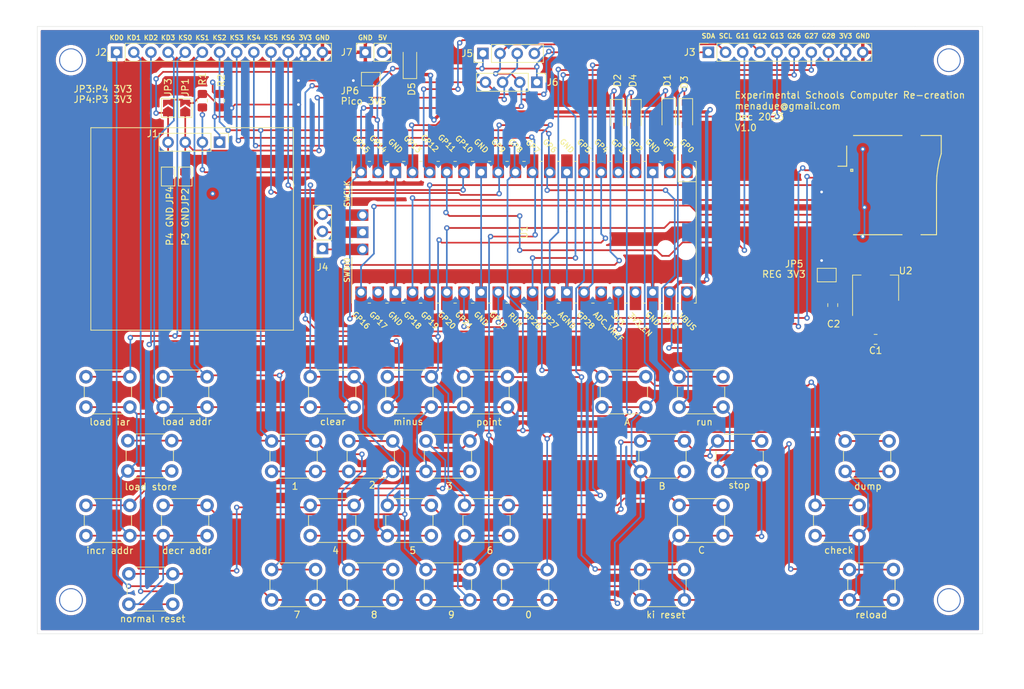
<source format=kicad_pcb>
(kicad_pcb (version 20241229) (generator "pcbnew") (generator_version "9.0")
  (layers (0 "F.Cu" signal) (2 "B.Cu" signal) (13 "F.Paste" user) (15 "B.Paste" user) (5 "F.SilkS" user) (7 "B.SilkS" user) (1 "F.Mask" user) (3 "B.Mask" user) (25 "Edge.Cuts" user))
  (net 0 "")
  (net 1 "Net-(D1-Pad2)")
  (net 2 "KBD_DRV_1")
  (net 3 "Net-(D2-Pad2)")
  (net 4 "KBD_DRV_3")
  (net 5 "Net-(D3-Pad2)")
  (net 6 "KBD_DRV_0")
  (net 7 "Net-(D4-Pad2)")
  (net 8 "KBD_DRV_2")
  (net 9 "I2C_SCLK")
  (net 10 "I2C_SDA")
  (net 11 "+3V3")
  (net 12 "GND")
  (net 13 "KBD_SENSE_0")
  (net 14 "KBD_SENSE_1")
  (net 15 "KBD_SENSE_2")
  (net 16 "KBD_SENSE_3")
  (net 17 "KBD_SENSE_4")
  (net 18 "KBD_SENSE_5")
  (net 19 "KBD_SENSE_6")
  (net 20 "MISO_D0")
  (net 21 "SD_CLK")
  (net 22 "MOSI_DI")
  (net 23 "SD_DAT1")
  (net 24 "SD_DAT2")
  (net 25 "SD_SS")
  (net 26 "Net-(U1-Pad30)")
  (net 27 "Net-(U1-Pad35)")
  (net 28 "Net-(U1-Pad37)")
  (net 29 "Net-(U1-Pad40)")
  (net 30 "Net-(C2-Pad1)")
  (net 31 "Net-(J4-Pad1)")
  (net 32 "Net-(J4-Pad2)")
  (net 33 "Net-(J4-Pad3)")
  (net 34 "GPIO26")
  (net 35 "GPIO27")
  (net 36 "GPIO28")
  (net 37 "GPIO13")
  (net 38 "GPIO12")
  (net 39 "GPIO11")
  (net 40 "VSYS")
  (net 41 "Net-(D5-Pad2)")
  (net 42 "OLED_P4")
  (net 43 "OLED_P3")
  (net 44 "Net-(JP6-Pad2)")
  (footprint "Diode_SMD:D_SOD-123" (layer "F.Cu") (at 179.546 63.095 -90)
    (property "Reference" "D1")
    (property "Value" "SS36")
  )
  (footprint "Diode_SMD:D_SOD-123" (layer "F.Cu") (at 171.926 63.222 -90)
    (property "Reference" "D2")
    (property "Value" "SS36")
  )
  (footprint "Diode_SMD:D_SOD-123" (layer "F.Cu") (at 182.086 63.095 -90)
    (property "Reference" "D3")
    (property "Value" "SS36")
  )
  (footprint "Diode_SMD:D_SOD-123" (layer "F.Cu") (at 174.466 63.222 -90)
    (property "Reference" "D4")
    (property "Value" "SS36")
  )
  (footprint "Jumper:SolderJumper-2_P1.3mm_Open_TrianglePad1.0x1.5mm" (layer "F.Cu") (at 107.95 62.23 90)
    (property "Reference" "JP1")
    (property "Value" "Pin3 3V3")
  )
  (footprint "Jumper:SolderJumper-2_P1.3mm_Open_TrianglePad1.0x1.5mm" (layer "F.Cu") (at 107.95 72.39 -90)
    (property "Reference" "JP2")
    (property "Value" "Pin3 GND")
  )
  (footprint "Jumper:SolderJumper-2_P1.3mm_Open_TrianglePad1.0x1.5mm" (layer "F.Cu") (at 105.41 62.23 90)
    (property "Reference" "JP3")
    (property "Value" "Pin4 3V3")
  )
  (footprint "Jumper:SolderJumper-2_P1.3mm_Open_TrianglePad1.0x1.5mm" (layer "F.Cu") (at 105.41 72.39 -90)
    (property "Reference" "JP4")
    (property "Value" "Pin4 GND")
  )
  (footprint "Resistor_SMD:R_0805_2012Metric_Pad1.20x1.40mm_HandSolder" (layer "F.Cu") (at 113.03 61.15 90)
    (property "Reference" "R1")
    (property "Value" "4k7")
  )
  (footprint "Resistor_SMD:R_0805_2012Metric_Pad1.20x1.40mm_HandSolder" (layer "F.Cu") (at 110.49 61.15 -90)
    (property "Reference" "R2")
    (property "Value" "4k7")
  )
  (footprint "Button_Switch_THT:SW_PUSH_6mm" (layer "F.Cu") (at 93.25 102.06)
    (property "Reference" "SW1" (hide yes))
    (property "Value" "load iar")
  )
  (footprint "Button_Switch_THT:SW_PUSH_6mm" (layer "F.Cu") (at 104.68 102.06)
    (property "Reference" "SW2" (hide yes))
    (property "Value" "load addr")
  )
  (footprint "Button_Switch_THT:SW_PUSH_6mm" (layer "F.Cu") (at 99.45 111.53)
    (property "Reference" "SW3" (hide yes))
    (property "Value" "load store")
  )
  (footprint "Button_Switch_THT:SW_PUSH_6mm" (layer "F.Cu") (at 104.68 121.11)
    (property "Reference" "SW4" (hide yes))
    (property "Value" "decr addr")
  )
  (footprint "Button_Switch_THT:SW_PUSH_6mm" (layer "F.Cu") (at 93.25 121.11)
    (property "Reference" "SW5" (hide yes))
    (property "Value" "incr addr")
  )
  (footprint "Button_Switch_THT:SW_PUSH_6mm" (layer "F.Cu") (at 99.6 131.27)
    (property "Reference" "SW6" (hide yes))
    (property "Value" "normal reset")
  )
  (footprint "Button_Switch_THT:SW_PUSH_6mm" (layer "F.Cu") (at 126.46 102.06)
    (property "Reference" "SW7" (hide yes))
    (property "Value" "clear")
  )
  (footprint "Button_Switch_THT:SW_PUSH_6mm" (layer "F.Cu") (at 137.89 102.06)
    (property "Reference" "SW8" (hide yes))
    (property "Value" "minus")
  )
  (footprint "Button_Switch_THT:SW_PUSH_6mm" (layer "F.Cu") (at 149.17 102.06)
    (property "Reference" "SW9" (hide yes))
    (property "Value" "point")
  )
  (footprint "Button_Switch_THT:SW_PUSH_6mm" (layer "F.Cu") (at 120.745 111.585)
    (property "Reference" "SW10" (hide yes))
    (property "Value" "1")
  )
  (footprint "Button_Switch_THT:SW_PUSH_6mm" (layer "F.Cu") (at 132.175 111.585)
    (property "Reference" "SW11" (hide yes))
    (property "Value" "2")
  )
  (footprint "Button_Switch_THT:SW_PUSH_6mm" (layer "F.Cu") (at 143.605 111.585)
    (property "Reference" "SW12" (hide yes))
    (property "Value" "3")
  )
  (footprint "Button_Switch_THT:SW_PUSH_6mm" (layer "F.Cu") (at 126.46 121.11)
    (property "Reference" "SW13" (hide yes))
    (property "Value" "4")
  )
  (footprint "Button_Switch_THT:SW_PUSH_6mm" (layer "F.Cu") (at 137.89 121.11)
    (property "Reference" "SW14" (hide yes))
    (property "Value" "5")
  )
  (footprint "Button_Switch_THT:SW_PUSH_6mm" (layer "F.Cu") (at 149.32 121.11)
    (property "Reference" "SW15" (hide yes))
    (property "Value" "6")
  )
  (footprint "Button_Switch_THT:SW_PUSH_6mm" (layer "F.Cu") (at 120.745 130.635)
    (property "Reference" "SW16" (hide yes))
    (property "Value" "7")
  )
  (footprint "Button_Switch_THT:SW_PUSH_6mm" (layer "F.Cu") (at 132.175 130.635)
    (property "Reference" "SW17" (hide yes))
    (property "Value" "8")
  )
  (footprint "Button_Switch_THT:SW_PUSH_6mm" (layer "F.Cu") (at 143.605 130.635)
    (property "Reference" "SW18" (hide yes))
    (property "Value" "9")
  )
  (footprint "Button_Switch_THT:SW_PUSH_6mm" (layer "F.Cu") (at 155.035 130.635)
    (property "Reference" "SW19" (hide yes))
    (property "Value" "0")
  )
  (footprint "Button_Switch_THT:SW_PUSH_6mm" (layer "F.Cu") (at 169.655 102.06)
    (property "Reference" "SW20" (hide yes))
    (property "Value" "A")
  )
  (footprint "Button_Switch_THT:SW_PUSH_6mm" (layer "F.Cu") (at 175.37 111.585)
    (property "Reference" "SW21" (hide yes))
    (property "Value" "B")
  )
  (footprint "Button_Switch_THT:SW_PUSH_6mm" (layer "F.Cu") (at 181.085 121.11)
    (property "Reference" "SW22" (hide yes))
    (property "Value" "C")
  )
  (footprint "Button_Switch_THT:SW_PUSH_6mm" (layer "F.Cu") (at 175.37 130.635)
    (property "Reference" "SW23" (hide yes))
    (property "Value" "ki reset")
  )
  (footprint "Button_Switch_THT:SW_PUSH_6mm" (layer "F.Cu") (at 181.085 102.06)
    (property "Reference" "SW24" (hide yes))
    (property "Value" "run")
  )
  (footprint "Button_Switch_THT:SW_PUSH_6mm" (layer "F.Cu") (at 186.8 111.585)
    (property "Reference" "SW25" (hide yes))
    (property "Value" "stop")
  )
  (footprint "Button_Switch_THT:SW_PUSH_6mm" (layer "F.Cu") (at 205.675 111.585)
    (property "Reference" "SW26" (hide yes))
    (property "Value" "dump")
  )
  (footprint "Button_Switch_THT:SW_PUSH_6mm" (layer "F.Cu") (at 201.23 121.11)
    (property "Reference" "SW27" (hide yes))
    (property "Value" "check")
  )
  (footprint "Button_Switch_THT:SW_PUSH_6mm" (layer "F.Cu") (at 206.31 130.635)
    (property "Reference" "SW28" (hide yes))
    (property "Value" "reload")
  )
  (footprint "rp2040:RPi_Pico_SMD_TH" (layer "F.Cu") (at 158.115 80.645 -90)
    (property "Reference" "U1")
    (property "Value" "Pico")
  )
  (footprint "ajm_kicad:Conn_uSDcard" (layer "F.Cu") (at 215.9 73.66 90)
    (property "Reference" "XS1")
    (property "Value" "SD_ebay-uSD-push_push_SMD")
  )
  (footprint "Jumper:SolderJumper-2_P1.3mm_Open_TrianglePad1.0x1.5mm" (layer "F.Cu") (at 202.946 86.995 180)
    (property "Reference" "JP5")
    (property "Value" "Jumper_NO_Small")
  )
  (footprint "Package_TO_SOT_SMD:SOT-223-3_TabPin2" (layer "F.Cu") (at 210.185 88.9 90)
    (property "Reference" "U2")
    (property "Value" "AP1117-33")
  )
  (footprint "Resistor_SMD:R_0805_2012Metric_Pad1.20x1.40mm_HandSolder" (layer "F.Cu") (at 210.185 96.52 180)
    (property "Reference" "C1")
    (property "Value" "100nF")
  )
  (footprint "Resistor_SMD:R_0805_2012Metric_Pad1.20x1.40mm_HandSolder" (layer "F.Cu") (at 203.835 91.44 -90)
    (property "Reference" "C2")
    (property "Value" "100nF")
  )
  (footprint "Connector_PinHeader_2.54mm:PinHeader_1x13_P2.54mm_Vertical" (layer "F.Cu") (at 97.79 53.975 90)
    (property "Reference" "J2")
    (property "Value" "Conn_01x13_Female")
  )
  (footprint "Connector_PinSocket_2.54mm:PinSocket_1x10_P2.54mm_Vertical" (layer "F.Cu") (at 185.42 53.975 90)
    (property "Reference" "J3")
    (property "Value" "Conn_01x10_Female")
  )
  (footprint "Connector_PinSocket_2.54mm:PinSocket_1x03_P2.54mm_Vertical" (layer "F.Cu") (at 128.27 83.058 180)
    (property "Reference" "J4")
    (property "Value" "Conn_01x03_Female")
  )
  (footprint "Connector_PinHeader_2.54mm:PinHeader_1x04_P2.54mm_Vertical" (layer "F.Cu") (at 152.03 54.15 90)
    (property "Reference" "J5")
    (property "Value" "Conn_01x04_Female")
  )
  (footprint "Diode_SMD:D_SOD-123" (layer "F.Cu") (at 141.224 55.626 90)
    (property "Reference" "D5")
    (property "Value" "SS36")
  )
  (footprint "Connector_PinHeader_2.54mm:PinHeader_1x04_P2.54mm_Vertical" (layer "F.Cu") (at 113.03 67.31 -90)
    (property "Reference" "J1")
    (property "Value" "Conn_01x04_Female")
  )
  (footprint "Connector_PinHeader_2.54mm:PinHeader_1x04_P2.54mm_Vertical" (layer "F.Cu") (at 160.02 58.42 -90)
    (property "Reference" "J6")
    (property "Value" "Conn_01x04_Female")
  )
  (footprint "Connector_PinSocket_2.54mm:PinSocket_1x02_P2.54mm_Vertical" (layer "F.Cu") (at 134.62 53.975 90)
    (property "Reference" "J7")
    (property "Value" "Conn_01x02_Female")
  )
  (footprint "Jumper:SolderJumper-2_P1.3mm_Open_TrianglePad1.0x1.5mm" (layer "F.Cu") (at 135.435001 57.955001)
    (property "Reference" "JP6")
    (property "Value" "Jumper_NO_Small")
  )
  (gr_line (start 93.965 95.15) (end 93.965 65.15) (stroke (width 0.12)) (layer "F.SilkS"))
  (gr_line (start 123.965 95.15) (end 93.965 95.15) (stroke (width 0.12)) (layer "F.SilkS"))
  (gr_line (start 93.965 65.15) (end 123.965 65.15) (stroke (width 0.12)) (layer "F.SilkS"))
  (gr_line (start 123.965 65.15) (end 123.965 95.15) (stroke (width 0.12)) (layer "F.SilkS"))
  (gr_line (start 86.03 140.15) (end 86.03 50.15) (stroke (width 0.05)) (layer "Edge.Cuts"))
  (gr_line (start 216.03 50.15) (end 206.03 50.15) (stroke (width 0.05)) (layer "Edge.Cuts"))
  (gr_line (start 226.03 50.15) (end 216.03 50.15) (stroke (width 0.05)) (layer "Edge.Cuts"))
  (gr_line (start 206.03 140.15) (end 216.03 140.15) (stroke (width 0.05)) (layer "Edge.Cuts"))
  (gr_line (start 226.03 140.15) (end 226.03 50.15) (stroke (width 0.05)) (layer "Edge.Cuts"))
  (gr_line (start 206.03 140.15) (end 86.03 140.15) (stroke (width 0.05)) (layer "Edge.Cuts"))
  (gr_line (start 201.03 50.15) (end 206.03 50.15) (stroke (width 0.05)) (layer "Edge.Cuts"))
  (gr_line (start 86.03 50.15) (end 201.03 50.15) (stroke (width 0.05)) (layer "Edge.Cuts"))
  (gr_line (start 216.03 140.15) (end 226.03 140.15) (stroke (width 0.05)) (layer "Edge.Cuts"))
  (gr_text "5V" (at 137.16 51.816 0) (layer "F.SilkS") (effects (font (size 0.7 0.7))))
  (gr_text "KS6" (at 123.19 51.816 0) (layer "F.SilkS") (effects (font (size 0.7 0.7))))
  (gr_text "G13" (at 195.58 51.562 0) (layer "F.SilkS") (effects (font (size 0.7 0.7))))
  (gr_text "KS2" (at 113.03 51.816 0) (layer "F.SilkS") (effects (font (size 0.7 0.7))))
  (gr_text "KD0" (at 97.79 51.816 0) (layer "F.SilkS") (effects (font (size 0.7 0.7))))
  (gr_text "REG 3V3" (at 196.596 86.868 0) (layer "F.SilkS") (effects (font (size 1 1))))
  (gr_text "Experimental Schools Computer Re-creation\nmenadue@gmail.com\nDec 2023\nV1.0" (at 189.23 62.738 0) (layer "F.SilkS") (effects (font (size 1 1)) (justify left)))
  (gr_text "G11" (at 190.5 51.562 0) (layer "F.SilkS") (effects (font (size 0.7 0.7))))
  (gr_text "JP3:P4 3V3" (at 95.758 59.436 0) (layer "F.SilkS") (effects (font (size 1 1))))
  (gr_text "3V3" (at 125.73 51.816 0) (layer "F.SilkS") (effects (font (size 0.7 0.7))))
  (gr_text "3V3" (at 205.74 51.562 0) (layer "F.SilkS") (effects (font (size 0.7 0.7))))
  (gr_text "SDA" (at 185.42 51.562 0) (layer "F.SilkS") (effects (font (size 0.7 0.7))))
  (gr_text "KS0" (at 107.95 51.816 0) (layer "F.SilkS") (effects (font (size 0.7 0.7))))
  (gr_text "KD2" (at 102.87 51.816 0) (layer "F.SilkS") (effects (font (size 0.7 0.7))))
  (gr_text "KS5" (at 120.65 51.816 0) (layer "F.SilkS") (effects (font (size 0.7 0.7))))
  (gr_text "JP4:P3 3V3" (at 95.758 60.96 0) (layer "F.SilkS") (effects (font (size 1 1))))
  (gr_text "KS1" (at 110.49 51.816 0) (layer "F.SilkS") (effects (font (size 0.7 0.7))))
  (gr_text "GND" (at 128.27 51.816 0) (layer "F.SilkS") (effects (font (size 0.7 0.7))))
  (gr_text "G12" (at 193.04 51.562 0) (layer "F.SilkS") (effects (font (size 0.7 0.7))))
  (gr_text "GND" (at 134.62 51.816 0) (layer "F.SilkS") (effects (font (size 0.7 0.7))))
  (gr_text "P3 GND" (at 107.95 79.756 90) (layer "F.SilkS") (effects (font (size 1 1))))
  (gr_text "G28" (at 203.2 51.562 0) (layer "F.SilkS") (effects (font (size 0.7 0.7))))
  (gr_text "SCL" (at 187.96 51.562 0) (layer "F.SilkS") (effects (font (size 0.7 0.7))))
  (gr_text "P4 GND" (at 105.664 79.756 90) (layer "F.SilkS") (effects (font (size 1 1))))
  (gr_text "KS3" (at 115.57 51.816 0) (layer "F.SilkS") (effects (font (size 0.7 0.7))))
  (gr_text "G26" (at 198.12 51.562 0) (layer "F.SilkS") (effects (font (size 0.7 0.7))))
  (gr_text "KD1" (at 100.33 51.816 0) (layer "F.SilkS") (effects (font (size 0.7 0.7))))
  (gr_text "KD3" (at 105.41 51.816 0) (layer "F.SilkS") (effects (font (size 0.7 0.7))))
  (gr_text "Pico 3V3" (at 134.366 61.214 0) (layer "F.SilkS") (effects (font (size 1 1))))
  (gr_text "KS4" (at 118.11 51.816 0) (layer "F.SilkS") (effects (font (size 0.7 0.7))))
  (gr_text "G27" (at 200.66 51.562 0) (layer "F.SilkS") (effects (font (size 0.7 0.7))))
  (gr_text "GND" (at 208.28 51.562 0) (layer "F.SilkS") (effects (font (size 0.7 0.7))))
  (via (at 221.03 135.15) (size 3.5) (drill 3.2) (layers "F.Cu" "B.Cu") (net 0))
  (via (at 91.03 55.15) (size 3.5) (drill 3.2) (layers "F.Cu" "B.Cu") (net 0))
  (via (at 91.03 135.15) (size 3.5) (drill 3.2) (layers "F.Cu" "B.Cu") (net 0))
  (via (at 221.03 55.15) (size 3.5) (drill 3.2) (layers "F.Cu" "B.Cu") (net 0))
  (segment (start 179.546 71.596) (end 179.705 71.755) (width 0.25) (layer "F.Cu") (net 1))
  (segment (start 179.546 64.745) (end 179.546 71.596) (width 0.25) (layer "F.Cu") (net 1))
  (segment (start 176.155 106.56) (end 169.655 106.56) (width 0.25) (layer "F.Cu") (net 2))
  (segment (start 155.035 135.135) (end 161.535 135.135) (width 0.25) (layer "F.Cu") (net 2))
  (segment (start 161.535 135.135) (end 171.457 135.135) (width 0.25) (layer "F.Cu") (net 2))
  (segment (start 138.675 135.135) (end 140.089213 135.135) (width 0.25) (layer "F.Cu") (net 2))
  (segment (start 119.468 133.858) (end 120.745 135.135) (width 0.25) (layer "F.Cu") (net 2))
  (segment (start 140.089213 135.135) (end 143.605 135.135) (width 0.25) (layer "F.Cu") (net 2))
  (segment (start 149.32 125.61) (end 155.82 125.61) (width 0.25) (layer "F.Cu") (net 2))
  (segment (start 180.870001 117.084999) (end 181.87 116.085) (width 0.25) (layer "F.Cu") (net 2))
  (segment (start 171.457 135.135) (end 171.958 135.636) (width 0.25) (layer "F.Cu") (net 2))
  (segment (start 143.605 135.135) (end 150.105 135.135) (width 0.25) (layer "F.Cu") (net 2))
  (segment (start 132.175 135.135) (end 138.675 135.135) (width 0.25) (layer "F.Cu") (net 2))
  (segment (start 150.105 135.135) (end 155.035 135.135) (width 0.25) (layer "F.Cu") (net 2))
  (segment (start 176.369999 117.084999) (end 180.870001 117.084999) (width 0.25) (layer "F.Cu") (net 2))
  (segment (start 179.07 59.69) (end 179.07 60.969) (width 0.25) (layer "F.Cu") (net 2))
  (segment (start 179.07 60.969) (end 179.546 61.445) (width 0.25) (layer "F.Cu") (net 2))
  (segment (start 127.245 135.135) (end 132.175 135.135) (width 0.25) (layer "F.Cu") (net 2))
  (segment (start 175.37 116.085) (end 176.369999 117.084999) (width 0.25) (layer "F.Cu") (net 2))
  (segment (start 120.745 135.135) (end 127.245 135.135) (width 0.25) (layer "F.Cu") (net 2))
  (segment (start 101.346 133.858) (end 119.468 133.858) (width 0.25) (layer "F.Cu") (net 2))
  (via (at 101.346 133.858) (size 0.8) (drill 0.4) (layers "F.Cu" "B.Cu") (net 2))
  (via (at 179.07 59.69) (size 0.8) (drill 0.4) (layers "F.Cu" "B.Cu") (net 2))
  (via (at 171.958 135.636) (size 0.8) (drill 0.4) (layers "F.Cu" "B.Cu") (net 2))
  (segment (start 148.320001 126.609999) (end 149.32 125.61) (width 0.25) (layer "B.Cu") (net 2))
  (segment (start 177.480001 101.423999) (end 175.989999 99.933997) (width 0.25) (layer "B.Cu") (net 2))
  (segment (start 175.37 116.085) (end 174.044999 114.759999) (width 0.25) (layer "B.Cu") (net 2))
  (segment (start 101.346 54.991) (end 101.346 133.858) (width 0.25) (layer "B.Cu") (net 2))
  (segment (start 148.320001 133.350001) (end 148.320001 126.609999) (width 0.25) (layer "B.Cu") (net 2))
  (segment (start 176.155 106.56) (end 177.480001 105.234999) (width 0.25) (layer "B.Cu") (net 2))
  (segment (start 171.558001 126.637999) (end 175.37 122.826) (width 0.25) (layer "B.Cu") (net 2))
  (segment (start 171.958 135.636) (end 171.558001 135.236001) (width 0.25) (layer "B.Cu") (net 2))
  (segment (start 174.044999 108.670001) (end 175.155001 107.559999) (width 0.25) (layer "B.Cu") (net 2))
  (segment (start 150.105 135.135) (end 148.320001 133.350001) (width 0.25) (layer "B.Cu") (net 2))
  (segment (start 175.989999 62.770001) (end 179.07 59.69) (width 0.25) (layer "B.Cu") (net 2))
  (segment (start 175.989999 99.933997) (end 175.989999 62.770001) (width 0.25) (layer "B.Cu") (net 2))
  (segment (start 174.044999 114.759999) (end 174.044999 108.670001) (width 0.25) (layer "B.Cu") (net 2))
  (segment (start 177.480001 105.234999) (end 177.480001 101.423999) (width 0.25) (layer "B.Cu") (net 2))
  (segment (start 175.37 122.826) (end 175.37 116.085) (width 0.25) (layer "B.Cu") (net 2))
  (segment (start 175.155001 107.559999) (end 176.155 106.56) (width 0.25) (layer "B.Cu") (net 2))
  (segment (start 100.33 53.975) (end 101.346 54.991) (width 0.25) (layer "B.Cu") (net 2))
  (segment (start 171.558001 135.236001) (end 171.558001 126.637999) (width 0.25) (layer "B.Cu") (net 2))
  (segment (start 171.926 71.596) (end 172.085 71.755) (width 0.25) (layer "F.Cu") (net 3))
  (segment (start 171.926 64.872) (end 171.926 71.596) (width 0.25) (layer "F.Cu") (net 3))
  (segment (start 111.18 106.56) (end 126.46 106.56) (width 0.25) (layer "F.Cu") (net 4))
  (segment (start 131.318 85.09) (end 131.717999 85.489999) (width 0.25) (layer "F.Cu") (net 4))
  (segment (start 100.749999 107.559999) (end 103.680001 107.559999) (width 0.25) (layer "F.Cu") (net 4))
  (segment (start 103.680001 107.559999) (end 104.68 106.56) (width 0.25) (layer "F.Cu") (net 4))
  (segment (start 104.68 106.56) (end 111.18 106.56) (width 0.25) (layer "F.Cu") (net 4))
  (segment (start 126.46 106.56) (end 132.96 106.56) (width 0.25) (layer "F.Cu") (net 4))
  (segment (start 99.6 135.77) (end 106.1 135.77) (width 0.25) (layer "F.Cu") (net 4))
  (segment (start 99.75 125.61) (end 104.68 125.61) (width 0.25) (layer "F.Cu") (net 4))
  (segment (start 131.717999 85.489999) (end 171.558001 85.489999) (width 0.25) (layer "F.Cu") (net 4))
  (segment (start 171.45 59.69) (end 171.45 61.096) (width 0.25) (layer "F.Cu") (net 4))
  (segment (start 93.25 106.56) (end 99.75 106.56) (width 0.25) (layer "F.Cu") (net 4))
  (segment (start 171.558001 85.489999) (end 172.212 84.836) (width 0.25) (layer "F.Cu") (net 4))
  (segment (start 171.45 61.096) (end 171.926 61.572) (width 0.25) (layer "F.Cu") (net 4))
  (segment (start 104.68 125.61) (end 111.18 125.61) (width 0.25) (layer "F.Cu") (net 4))
  (segment (start 93.25 125.61) (end 99.75 125.61) (width 0.25) (layer "F.Cu") (net 4))
  (segment (start 99.45 116.03) (end 105.95 116.03) (width 0.25) (layer "F.Cu") (net 4))
  (segment (start 99.75 106.56) (end 100.749999 107.559999) (width 0.25) (layer "F.Cu") (net 4))
  (via (at 172.212 84.836) (size 0.8) (drill 0.4) (layers "F.Cu" "B.Cu") (net 4))
  (via (at 171.45 59.69) (size 0.8) (drill 0.4) (layers "F.Cu" "B.Cu") (net 4))
  (via (at 131.318 85.09) (size 0.8) (drill 0.4) (layers "F.Cu" "B.Cu") (net 4))
  (segment (start 98.424999 124.284999) (end 98.750001 124.610001) (width 0.25) (layer "B.Cu") (net 4))
  (segment (start 98.750001 124.610001) (end 99.75 125.61) (width 0.25) (layer "B.Cu") (net 4))
  (segment (start 105.41 53.975) (end 106.259999 54.824999) (width 0.25) (layer "B.Cu") (net 4))
  (segment (start 99.45 116.03) (end 98.424999 117.055001) (width 0.25) (layer "B.Cu") (net 4))
  (segment (start 103.354999 105.234999) (end 103.680001 105.560001) (width 0.25) (layer "B.Cu") (net 4))
  (segment (start 172.212 84.836) (end 170.909999 83.533999) (width 0.25) (layer "B.Cu") (net 4))
  (segment (start 103.680001 105.560001) (end 104.68 106.56) (width 0.25) (layer "B.Cu") (net 4))
  (segment (start 100.775001 107.585001) (end 100.775001 114.704999) (width 0.25) (layer "B.Cu") (net 4))
  (segment (start 99.6 135.77) (end 101.014213 135.77) (width 0.25) (layer "B.Cu") (net 4))
  (segment (start 106.259999 64.095999) (end 103.354999 67.000999) (width 0.25) (layer "B.Cu") (net 4))
  (segment (start 99.75 106.56) (end 100.775001 107.585001) (width 0.25) (layer "B.Cu") (net 4))
  (segment (start 170.909999 60.230001) (end 171.45 59.69) (width 0.25) (layer "B.Cu") (net 4))
  (segment (start 131.318 104.918) (end 131.318 85.09) (width 0.25) (layer "B.Cu") (net 4))
  (segment (start 100.449999 115.030001) (end 99.45 116.03) (width 0.25) (layer "B.Cu") (net 4))
  (segment (start 170.909999 83.533999) (end 170.909999 60.230001) (width 0.25) (layer "B.Cu") (net 4))
  (segment (start 106.259999 54.824999) (end 106.259999 64.095999) (width 0.25) (layer "B.Cu") (net 4))
  (segment (start 100.775001 114.704999) (end 100.449999 115.030001) (width 0.25) (layer "B.Cu") (net 4))
  (segment (start 132.96 106.56) (end 131.318 104.918) (width 0.25) (layer "B.Cu") (net 4))
  (segment (start 104.68 132.104213) (end 104.68 127.024213) (width 0.25) (layer "B.Cu") (net 4))
  (segment (start 103.354999 67.000999) (end 103.354999 105.234999) (width 0.25) (layer "B.Cu") (net 4))
  (segment (start 104.68 127.024213) (end 104.68 125.61) (width 0.25) (layer "B.Cu") (net 4))
  (segment (start 101.014213 135.77) (end 104.68 132.104213) (width 0.25) (layer "B.Cu") (net 4))
  (segment (start 98.424999 117.055001) (end 98.424999 124.284999) (width 0.25) (layer "B.Cu") (net 4))
  (segment (start 182.086 71.596) (end 182.245 71.755) (width 0.25) (layer "F.Cu") (net 5))
  (segment (start 182.086 64.745) (end 182.086 71.596) (width 0.25) (layer "F.Cu") (net 5))
  (segment (start 186.8 116.085) (end 187.799999 115.085001) (width 0.25) (layer "F.Cu") (net 6))
  (segment (start 173.331 133.096) (end 175.37 135.135) (width 0.25) (layer "F.Cu") (net 6))
  (segment (start 187.799999 115.085001) (end 192.300001 115.085001) (width 0.25) (layer "F.Cu") (net 6))
  (segment (start 201.23 125.61) (end 202.644213 125.61) (width 0.25) (layer "F.Cu") (net 6))
  (segment (start 181.085 125.61) (end 187.585 125.61) (width 0.25) (layer "F.Cu") (net 6))
  (segment (start 181.864 61.223) (end 182.086 61.445) (width 0.25) (layer "F.Cu") (net 6))
  (segment (start 193.174 125.61) (end 193.294 125.73) (width 0.25) (layer "F.Cu") (net 6))
  (segment (start 181.085 106.56) (end 187.585 106.56) (width 0.25) (layer "F.Cu") (net 6))
  (segment (start 181.87 135.135) (end 206.31 135.135) (width 0.25) (layer "F.Cu") (net 6))
  (segment (start 202.644213 125.61) (end 207.73 125.61) (width 0.25) (layer "F.Cu") (net 6))
  (segment (start 99.568 133.096) (end 173.331 133.096) (width 0.25) (layer "F.Cu") (net 6))
  (segment (start 175.37 135.135) (end 181.87 135.135) (width 0.25) (layer "F.Cu") (net 6))
  (segment (start 192.300001 115.085001) (end 193.3 116.085) (width 0.25) (layer "F.Cu") (net 6))
  (segment (start 205.675 116.085) (end 212.175 116.085) (width 0.25) (layer "F.Cu") (net 6))
  (segment (start 206.31 135.135) (end 212.81 135.135) (width 0.25) (layer "F.Cu") (net 6))
  (segment (start 187.585 125.61) (end 193.174 125.61) (width 0.25) (layer "F.Cu") (net 6))
  (segment (start 181.864 59.436) (end 181.864 61.223) (width 0.25) (layer "F.Cu") (net 6))
  (via (at 99.568 133.096) (size 0.8) (drill 0.4) (layers "F.Cu" "B.Cu") (net 6))
  (via (at 181.864 59.436) (size 0.8) (drill 0.4) (layers "F.Cu" "B.Cu") (net 6))
  (via (at 193.294 125.73) (size 0.8) (drill 0.4) (layers "F.Cu" "B.Cu") (net 6))
  (segment (start 180.889999 60.410001) (end 181.864 59.436) (width 0.25) (layer "B.Cu") (net 6))
  (segment (start 180.085001 126.609999) (end 181.085 125.61) (width 0.25) (layer "B.Cu") (net 6))
  (segment (start 209.055001 124.284999) (end 209.055001 119.465001) (width 0.25) (layer "B.Cu") (net 6))
  (segment (start 193.294 116.091) (end 193.3 116.085) (width 0.25) (layer "B.Cu") (net 6))
  (segment (start 99.464998 133.096) (end 99.568 133.096) (width 0.25) (layer "B.Cu") (net 6))
  (segment (start 181.085 106.56) (end 182.410001 105.234999) (width 0.25) (layer "B.Cu") (net 6))
  (segment (start 206.31 135.135) (end 207.309999 134.135001) (width 0.25) (layer "B.Cu") (net 6))
  (segment (start 180.085001 131.935788) (end 180.085001 126.609999) (width 0.25) (layer "B.Cu") (net 6))
  (segment (start 97.79 53.975) (end 97.79 131.421002) (width 0.25) (layer "B.Cu") (net 6))
  (segment (start 207.73 127.024213) (end 207.73 125.61) (width 0.25) (layer "B.Cu") (net 6))
  (segment (start 207.73 131.176002) (end 207.73 127.024213) (width 0.25) (layer "B.Cu") (net 6))
  (segment (start 186.8 114.670787) (end 188.584999 112.885788) (width 0.25) (layer "B.Cu") (net 6))
  (segment (start 182.410001 105.234999) (end 182.410001 101.423999) (width 0.25) (layer "B.Cu") (net 6))
  (segment (start 206.674999 117.084999) (end 205.675 116.085) (width 0.25) (layer "B.Cu") (net 6))
  (segment (start 181.87 135.135) (end 181.87 133.720787) (width 0.25) (layer "B.Cu") (net 6))
  (segment (start 207.73 125.61) (end 209.055001 124.284999) (width 0.25) (layer "B.Cu") (net 6))
  (segment (start 186.8 116.085) (end 186.8 114.670787) (width 0.25) (layer "B.Cu") (net 6))
  (segment (start 181.87 133.720787) (end 180.085001 131.935788) (width 0.25) (layer "B.Cu") (net 6))
  (segment (start 207.309999 131.596003) (end 207.73 131.176002) (width 0.25) (layer "B.Cu") (net 6))
  (segment (start 209.055001 119.465001) (end 206.674999 117.084999) (width 0.25) (layer "B.Cu") (net 6))
  (segment (start 97.79 131.421002) (end 99.464998 133.096) (width 0.25) (layer "B.Cu") (net 6))
  (segment (start 188.584999 112.885788) (end 188.584999 107.559999) (width 0.25) (layer "B.Cu") (net 6))
  (segment (start 188.584999 107.559999) (end 187.585 106.56) (width 0.25) (layer "B.Cu") (net 6))
  (segment (start 207.309999 134.135001) (end 207.309999 131.596003) (width 0.25) (layer "B.Cu") (net 6))
  (segment (start 193.294 125.73) (end 193.294 116.091) (width 0.25) (layer "B.Cu") (net 6))
  (segment (start 182.410001 101.423999) (end 180.889999 99.903997) (width 0.25) (layer "B.Cu") (net 6))
  (segment (start 180.889999 99.903997) (end 180.889999 60.410001) (width 0.25) (layer "B.Cu") (net 6))
  (segment (start 174.625 65.731) (end 174.625 71.755) (width 0.25) (layer "F.Cu") (net 7))
  (segment (start 174.466 65.572) (end 174.625 65.731) (width 0.25) (layer "F.Cu") (net 7))
  (segment (start 174.466 64.872) (end 174.466 65.572) (width 0.25) (layer "F.Cu") (net 7))
  (segment (start 150.584213 106.56) (end 155.67 106.56) (width 0.25) (layer "F.Cu") (net 8))
  (segment (start 137.89 106.56) (end 144.39 106.56) (width 0.25) (layer "F.Cu") (net 8))
  (segment (start 142.190787 116.085) (end 138.675 116.085) (width 0.25) (layer "F.Cu") (net 8))
  (segment (start 173.135999 107.885001) (end 173.736 107.285) (width 0.25) (layer "F.Cu") (net 8))
  (segment (start 132.96 125.61) (end 137.89 125.61) (width 0.25) (layer "F.Cu") (net 8))
  (segment (start 143.605 116.085) (end 142.190787 116.085) (width 0.25) (layer "F.Cu") (net 8))
  (segment (start 132.175 116.085) (end 127.245 116.085) (width 0.25) (layer "F.Cu") (net 8))
  (segment (start 126.46 125.61) (end 132.96 125.61) (width 0.25) (layer "F.Cu") (net 8))
  (segment (start 125.830787 116.085) (end 120.745 116.085) (width 0.25) (layer "F.Cu") (net 8))
  (segment (start 137.89 125.61) (end 144.39 125.61) (width 0.25) (layer "F.Cu") (net 8))
  (segment (start 173.99 61.096) (end 174.466 61.572) (width 0.25) (layer "F.Cu") (net 8))
  (segment (start 137.260787 116.085) (end 136.759787 116.586) (width 0.25) (layer "F.Cu") (net 8))
  (segment (start 136.759787 116.586) (end 136.258787 116.085) (width 0.25) (layer "F.Cu") (net 8))
  (segment (start 127.245 116.085) (end 125.830787 116.085) (width 0.25) (layer "F.Cu") (net 8))
  (segment (start 173.99 59.944) (end 173.99 61.096) (width 0.25) (layer "F.Cu") (net 8))
  (segment (start 138.675 116.085) (end 137.260787 116.085) (width 0.25) (layer "F.Cu") (net 8))
  (segment (start 136.258787 116.085) (end 132.175 116.085) (width 0.25) (layer "F.Cu") (net 8))
  (segment (start 149.17 106.56) (end 150.584213 106.56) (width 0.25) (layer "F.Cu") (net 8))
  (segment (start 144.39 106.56) (end 149.17 106.56) (width 0.25) (layer "F.Cu") (net 8))
  (segment (start 102.616 97.282) (end 103.124 96.774) (width 0.25) (layer "F.Cu") (net 8))
  (segment (start 155.67 106.56) (end 156.995001 107.885001) (width 0.25) (layer "F.Cu") (net 8))
  (segment (start 156.995001 107.885001) (end 173.135999 107.885001) (width 0.25) (layer "F.Cu") (net 8))
  (segment (start 150.105 116.085) (end 143.605 116.085) (width 0.25) (layer "F.Cu") (net 8))
  (segment (start 103.124 96.774) (end 139.192 96.774) (width 0.25) (layer "F.Cu") (net 8))
  (via (at 139.192 96.774) (size 0.8) (drill 0.4) (layers "F.Cu" "B.Cu") (net 8))
  (via (at 173.99 59.944) (size 0.8) (drill 0.4) (layers "F.Cu" "B.Cu") (net 8))
  (via (at 102.616 97.282) (size 0.8) (drill 0.4) (layers "F.Cu" "B.Cu") (net 8))
  (via (at 173.736 107.285) (size 0.8) (drill 0.4) (layers "F.Cu" "B.Cu") (net 8))
  (segment (start 173.336001 106.885001) (end 173.336001 60.597999) (width 0.25) (layer "B.Cu") (net 8))
  (segment (start 136.564999 118.195001) (end 137.675001 117.084999) (width 0.25) (layer "B.Cu") (net 8))
  (segment (start 137.89 125.61) (end 136.564999 124.284999) (width 0.25) (layer "B.Cu") (net 8))
  (segment (start 136.564999 124.284999) (end 136.564999 118.195001) (width 0.25) (layer "B.Cu") (net 8))
  (segment (start 143.390001 107.559999) (end 144.39 106.56) (width 0.25) (layer "B.Cu") (net 8))
  (segment (start 137.675001 117.084999) (end 138.675 116.085) (width 0.25) (layer "B.Cu") (net 8))
  (segment (start 173.336001 60.597999) (end 173.99 59.944) (width 0.25) (layer "B.Cu") (net 8))
  (segment (start 102.87 97.028) (end 102.616 97.282) (width 0.25) (layer "B.Cu") (net 8))
  (segment (start 139.192 96.774) (end 139.591999 97.173999) (width 0.25) (layer "B.Cu") (net 8))
  (segment (start 139.591999 104.858001) (end 138.889999 105.560001) (width 0.25) (layer "B.Cu") (net 8))
  (segment (start 173.736 107.285) (end 173.336001 106.885001) (width 0.25) (layer "B.Cu") (net 8))
  (segment (start 143.605 116.085) (end 143.605 114.670787) (width 0.25) (layer "B.Cu") (net 8))
  (segment (start 138.889999 105.560001) (end 137.89 106.56) (width 0.25) (layer "B.Cu") (net 8))
  (segment (start 142.279999 113.345786) (end 142.279999 108.670001) (width 0.25) (layer "B.Cu") (net 8))
  (segment (start 143.605 114.670787) (end 142.279999 113.345786) (width 0.25) (layer "B.Cu") (net 8))
  (segment (start 102.87 53.975) (end 102.87 97.028) (width 0.25) (layer "B.Cu") (net 8))
  (segment (start 142.279999 108.670001) (end 143.390001 107.559999) (width 0.25) (layer "B.Cu") (net 8))
  (segment (start 139.591999 97.173999) (end 139.591999 104.858001) (width 0.25) (layer "B.Cu") (net 8))
  (segment (start 155.419999 53.300001) (end 154.57 54.15) (width 0.25) (layer "F.Cu") (net 9))
  (segment (start 134.533001 93.072001) (end 136.525 91.080002) (width 0.25) (layer "F.Cu") (net 9))
  (segment (start 136.525 91.080002) (end 136.525 89.535) (width 0.25) (layer "F.Cu") (net 9))
  (segment (start 155.920001 52.799999) (end 155.419999 53.300001) (width 0.25) (layer "F.Cu") (net 9))
  (segment (start 186.784999 52.799999) (end 155.920001 52.799999) (width 0.25) (layer "F.Cu") (net 9))
  (segment (start 110.49 63.246) (end 110.49 62.15) (width 0.25) (layer "F.Cu") (net 9))
  (segment (start 132.334 93.472) (end 132.733999 93.072001) (width 0.25) (layer "F.Cu") (net 9))
  (segment (start 132.733999 93.072001) (end 134.533001 93.072001) (width 0.25) (layer "F.Cu") (net 9))
  (segment (start 187.96 53.975) (end 186.784999 52.799999) (width 0.25) (layer "F.Cu") (net 9))
  (segment (start 133.985 71.755) (end 110.871 71.755) (width 0.25) (layer "F.Cu") (net 9))
  (segment (start 153.924 57.15) (end 156.21 57.15) (width 0.25) (layer "F.Cu") (net 9))
  (segment (start 156.21 57.15) (end 157.48 58.42) (width 0.25) (layer "F.Cu") (net 9))
  (segment (start 157.48 62.23) (end 157.734 61.976) (width 0.25) (layer "F.Cu") (net 9))
  (segment (start 134.366 62.23) (end 157.48 62.23) (width 0.25) (layer "F.Cu") (net 9))
  (segment (start 110.871 71.755) (end 110.49 71.374) (width 0.25) (layer "F.Cu") (net 9))
  (via (at 132.334 93.472) (size 0.8) (drill 0.4) (layers "F.Cu" "B.Cu") (net 9))
  (via (at 157.734 61.976) (size 0.8) (drill 0.4) (layers "F.Cu" "B.Cu") (net 9))
  (via (at 134.366 62.23) (size 0.8) (drill 0.4) (layers "F.Cu" "B.Cu") (net 9))
  (via (at 153.924 57.15) (size 0.8) (drill 0.4) (layers "F.Cu" "B.Cu") (net 9))
  (via (at 110.49 63.246) (size 0.8) (drill 0.4) (layers "F.Cu" "B.Cu") (net 9))
  (via (at 110.49 71.374) (size 0.8) (drill 0.4) (layers "F.Cu" "B.Cu") (net 9))
  (segment (start 154.57 56.504) (end 153.924 57.15) (width 0.25) (layer "B.Cu") (net 9))
  (segment (start 133.985 71.755) (end 133.985 62.611) (width 0.25) (layer "B.Cu") (net 9))
  (segment (start 110.49 67.31) (end 110.49 63.246) (width 0.25) (layer "B.Cu") (net 9))
  (segment (start 133.985 62.611) (end 134.366 62.23) (width 0.25) (layer "B.Cu") (net 9))
  (segment (start 132.334 73.406) (end 132.334 93.472) (width 0.25) (layer "B.Cu") (net 9))
  (segment (start 110.49 71.374) (end 110.49 67.31) (width 0.25) (layer "B.Cu") (net 9))
  (segment (start 133.985 71.755) (end 132.334 73.406) (width 0.25) (layer "B.Cu") (net 9))
  (segment (start 157.734 58.674) (end 157.48 58.42) (width 0.25) (layer "B.Cu") (net 9))
  (segment (start 157.734 61.976) (end 157.734 58.674) (width 0.25) (layer "B.Cu") (net 9))
  (segment (start 154.57 54.15) (end 154.57 56.504) (width 0.25) (layer "B.Cu") (net 9))
  (segment (start 185.42 53.975) (end 161.925 53.975) (width 0.25) (layer "F.Cu") (net 10))
  (segment (start 151.892 56.388) (end 159.766 56.388) (width 0.25) (layer "F.Cu") (net 10))
  (segment (start 112.33 60.15) (end 113.03 60.15) (width 0.25) (layer "F.Cu") (net 10))
  (segment (start 112.014 59.834) (end 112.33 60.15) (width 0.25) (layer "F.Cu") (net 10))
  (segment (start 161.925 53.975) (end 161.798 53.848) (width 0.25) (layer "F.Cu") (net 10))
  (segment (start 136.398 64.008) (end 135.922653 63.532653) (width 0.25) (layer "F.Cu") (net 10))
  (segment (start 112.014 58.42) (end 112.014 59.834) (width 0.25) (layer "F.Cu") (net 10))
  (segment (start 151.892 56.388) (end 138.684 56.388) (width 0.25) (layer "F.Cu") (net 10))
  (segment (start 135.922653 63.532653) (end 112.305 63.532653) (width 0.25) (layer "F.Cu") (net 10))
  (segment (start 159.766 56.388) (end 160.02 56.134) (width 0.25) (layer "F.Cu") (net 10))
  (via (at 138.684 56.388) (size 0.8) (drill 0.4) (layers "F.Cu" "B.Cu") (net 10))
  (via (at 151.892 56.388) (size 0.8) (drill 0.4) (layers "F.Cu" "B.Cu") (net 10))
  (via (at 160.02 56.134) (size 0.8) (drill 0.4) (layers "F.Cu" "B.Cu") (net 10))
  (via (at 112.014 58.42) (size 0.8) (drill 0.4) (layers "F.Cu" "B.Cu") (net 10))
  (via (at 136.398 64.008) (size 0.8) (drill 0.4) (layers "F.Cu" "B.Cu") (net 10))
  (via (at 161.798 53.848) (size 0.8) (drill 0.4) (layers "F.Cu" "B.Cu") (net 10))
  (via (at 112.305 63.532653) (size 0.8) (drill 0.4) (layers "F.Cu" "B.Cu") (net 10))
  (segment (start 138.684 56.388) (end 136.398 58.674) (width 0.25) (layer "B.Cu") (net 10))
  (segment (start 160.02 55.626) (end 160.02 56.134) (width 0.25) (layer "B.Cu") (net 10))
  (segment (start 112.305 58.711) (end 112.014 58.42) (width 0.25) (layer "B.Cu") (net 10))
  (segment (start 136.398 58.674) (end 136.398 64.008) (width 0.25) (layer "B.Cu") (net 10))
  (segment (start 152.03 54.15) (end 152.03 56.25) (width 0.25) (layer "B.Cu") (net 10))
  (segment (start 152.03 56.25) (end 151.892 56.388) (width 0.25) (layer "B.Cu") (net 10))
  (segment (start 112.305 63.532653) (end 112.305 58.711) (width 0.25) (layer "B.Cu") (net 10))
  (segment (start 112.305 65.485) (end 112.305 64.098338) (width 0.25) (layer "B.Cu") (net 10))
  (segment (start 113.03 66.21) (end 112.305 65.485) (width 0.25) (layer "B.Cu") (net 10))
  (segment (start 136.525 64.135) (end 136.398 64.008) (width 0.25) (layer "B.Cu") (net 10))
  (segment (start 136.525 71.755) (end 136.525 64.135) (width 0.25) (layer "B.Cu") (net 10))
  (segment (start 112.305 64.098338) (end 112.305 63.532653) (width 0.25) (layer "B.Cu") (net 10))
  (segment (start 161.798 53.848) (end 160.02 55.626) (width 0.25) (layer "B.Cu") (net 10))
  (segment (start 160.02 56.134) (end 160.02 58.42) (width 0.25) (layer "B.Cu") (net 10))
  (segment (start 113.03 67.31) (end 113.03 66.21) (width 0.25) (layer "B.Cu") (net 10))
  (segment (start 202.221 84.873) (end 202.184 84.836) (width 0.25) (layer "F.Cu") (net 11))
  (segment (start 114.728 62.15) (end 114.808 62.23) (width 0.25) (layer "F.Cu") (net 11))
  (segment (start 109.135 61.505) (end 110.49 60.15) (width 0.25) (layer "F.Cu") (net 11))
  (segment (start 115.316 61.722) (end 114.808 62.23) (width 0.25) (layer "F.Cu") (net 11))
  (segment (start 132.842 58.166) (end 124.714 58.166) (width 0.25) (layer "F.Cu") (net 11))
  (segment (start 105.91 61.005) (end 107.45 61.005) (width 0.25) (layer "F.Cu") (net 11))
  (segment (start 113.03 62.15) (end 114.728 62.15) (width 0.25) (layer "F.Cu") (net 11))
  (segment (start 105.41 61.505) (end 105.91 61.005) (width 0.25) (layer "F.Cu") (net 11))
  (segment (start 107.45 61.005) (end 107.95 61.505) (width 0.25) (layer "F.Cu") (net 11))
  (segment (start 205.4 74.76) (end 202.268 74.76) (width 0.25) (layer "F.Cu") (net 11))
  (segment (start 110.49 60.15) (end 111.19 60.15) (width 0.25) (layer "F.Cu") (net 11))
  (segment (start 124.714 61.722) (end 115.316 61.722) (width 0.25) (layer "F.Cu") (net 11))
  (segment (start 113.03 61.99) (end 113.03 62.15) (width 0.25) (layer "F.Cu") (net 11))
  (segment (start 107.95 61.505) (end 109.135 61.505) (width 0.25) (layer "F.Cu") (net 11))
  (segment (start 202.268 74.76) (end 202.184 74.676) (width 0.25) (layer "F.Cu") (net 11))
  (segment (start 111.19 60.15) (end 113.03 61.99) (width 0.25) (layer "F.Cu") (net 11))
  (segment (start 134.710001 57.955001) (end 133.052999 57.955001) (width 0.25) (layer "F.Cu") (net 11))
  (segment (start 202.221 86.995) (end 202.221 84.873) (width 0.25) (layer "F.Cu") (net 11))
  (segment (start 133.052999 57.955001) (end 132.842 58.166) (width 0.25) (layer "F.Cu") (net 11))
  (via (at 114.808 62.23) (size 0.8) (drill 0.4) (layers "F.Cu" "B.Cu") (net 11))
  (via (at 202.184 84.836) (size 0.8) (drill 0.4) (layers "F.Cu" "B.Cu") (net 11))
  (via (at 124.714 58.166) (size 0.8) (drill 0.4) (layers "F.Cu" "B.Cu") (net 11))
  (via (at 132.842 58.166) (size 0.8) (drill 0.4) (layers "F.Cu" "B.Cu") (net 11))
  (via (at 124.714 61.722) (size 0.8) (drill 0.4) (layers "F.Cu" "B.Cu") (net 11))
  (via (at 202.184 74.676) (size 0.8) (drill 0.4) (layers "F.Cu" "B.Cu") (net 11))
  (segment (start 124.714 58.166) (end 124.714 61.722) (width 0.25) (layer "B.Cu") (net 11))
  (segment (start 124.714 54.991) (end 124.714 58.166) (width 0.25) (layer "B.Cu") (net 11))
  (segment (start 125.73 53.975) (end 124.714 54.991) (width 0.25) (layer "B.Cu") (net 11))
  (segment (start 205.9 66.81) (end 215.45 66.81) (width 0.25) (layer "F.Cu") (net 12))
  (segment (start 207.495 92.44) (end 207.885 92.05) (width 0.5) (layer "F.Cu") (net 12))
  (segment (start 105.91 73.615) (end 107.45 73.615) (width 0.25) (layer "F.Cu") (net 12))
  (segment (start 205.4 76.96) (end 208.532 76.96) (width 0.25) (layer "F.Cu") (net 12))
  (segment (start 203.835 92.44) (end 207.495 92.44) (width 0.5) (layer "F.Cu") (net 12))
  (segment (start 215.45 66.81) (end 215.5 66.76) (width 0.25) (layer "F.Cu") (net 12))
  (segment (start 207.885 95.82) (end 208.585 96.52) (width 0.5) (layer "F.Cu") (net 12))
  (segment (start 206.85 81.41) (end 208.28 81.28) (width 0.25) (layer "F.Cu") (net 12))
  (segment (start 105.41 73.115) (end 105.91 73.615) (width 0.25) (layer "F.Cu") (net 12))
  (segment (start 215.5 66.76) (end 215.5 65.91) (width 0.25) (layer "F.Cu") (net 12))
  (segment (start 110.199 73.115) (end 112.014 74.93) (width 0.25) (layer "F.Cu") (net 12))
  (segment (start 205.9 66.81) (end 205.9 67.86) (width 0.25) (layer "F.Cu") (net 12))
  (segment (start 208.28 81.28) (end 215.5 81.41) (width 0.25) (layer "F.Cu") (net 12))
  (segment (start 208.532 76.96) (end 208.534 76.962) (width 0.25) (layer "F.Cu") (net 12))
  (segment (start 107.45 73.615) (end 107.95 73.115) (width 0.25) (layer "F.Cu") (net 12))
  (segment (start 205.9 67.86) (end 206.366 68.326) (width 0.25) (layer "F.Cu") (net 12))
  (segment (start 205.9 81.41) (end 206.85 81.41) (width 0.25) (layer "F.Cu") (net 12))
  (segment (start 208.585 96.52) (end 209.185 96.52) (width 0.5) (layer "F.Cu") (net 12))
  (segment (start 207.885 92.05) (end 207.885 95.82) (width 0.5) (layer "F.Cu") (net 12))
  (segment (start 107.95 73.115) (end 110.199 73.115) (width 0.25) (layer "F.Cu") (net 12))
  (segment (start 206.366 68.326) (end 208.28 68.326) (width 0.25) (layer "F.Cu") (net 12))
  (via (at 208.28 81.28) (size 0.8) (drill 0.4) (layers "F.Cu" "B.Cu") (net 12))
  (via (at 112.014 74.93) (size 0.8) (drill 0.4) (layers "F.Cu" "B.Cu") (net 12))
  (via (at 208.534 76.962) (size 0.8) (drill 0.4) (layers "F.Cu" "B.Cu") (net 12))
  (via (at 208.28 68.326) (size 0.8) (drill 0.4) (layers "F.Cu" "B.Cu") (net 12))
  (segment (start 151.765 81.661) (end 151.765 89.535) (width 0.25) (layer "B.Cu") (net 12))
  (segment (start 151.765 71.755) (end 151.765 81.661) (width 0.25) (layer "B.Cu") (net 12))
  (segment (start 177.165 87.86961) (end 177.165 89.535) (width 0.25) (layer "B.Cu") (net 12))
  (segment (start 208.28 76.708) (end 208.534 76.962) (width 0.25) (layer "B.Cu") (net 12))
  (segment (start 208.534 81.026) (end 208.28 81.28) (width 0.25) (layer "B.Cu") (net 12))
  (segment (start 208.534 76.962) (end 208.534 81.026) (width 0.25) (layer "B.Cu") (net 12))
  (segment (start 164.465 77.597) (end 164.465 89.535) (width 0.25) (layer "B.Cu") (net 12))
  (segment (start 208.28 68.326) (end 208.28 76.708) (width 0.25) (layer "B.Cu") (net 12))
  (segment (start 177.165 71.755) (end 177.165 87.86961) (width 0.25) (layer "B.Cu") (net 12))
  (segment (start 164.465 71.755) (end 164.465 77.597) (width 0.25) (layer "B.Cu") (net 12))
  (segment (start 139.065 88.265) (end 139.065 89.535) (width 0.25) (layer "B.Cu") (net 12))
  (segment (start 139.065 71.755) (end 139.065 88.265) (width 0.25) (layer "B.Cu") (net 12))
  (segment (start 155.82 121.11) (end 149.32 121.11) (width 0.25) (layer "F.Cu") (net 13))
  (segment (start 93.25 102.06) (end 99.75 102.06) (width 0.25) (layer "F.Cu") (net 13))
  (segment (start 155.82 121.11) (end 171.948998 121.11) (width 0.25) (layer "F.Cu") (net 13))
  (segment (start 172.948997 120.110001) (end 180.085001 120.110001) (width 0.25) (layer "F.Cu") (net 13))
  (segment (start 181.085 121.11) (end 187.585 121.11) (width 0.25) (layer "F.Cu") (net 13))
  (segment (start 169.526001 82.187999) (end 170.18 81.534) (width 0.25) (layer "F.Cu") (net 13))
  (segment (start 137.89 102.06) (end 144.39 102.06) (width 0.25) (layer "F.Cu") (net 13))
  (segment (start 145.941999 82.187999) (end 169.526001 82.187999) (width 0.25) (layer "F.Cu") (net 13))
  (segment (start 106.426 96.012) (end 145.288 96.012) (width 0.25) (layer "F.Cu") (net 13))
  (segment (start 171.948998 121.11) (end 172.948997 120.110001) (width 0.25) (layer "F.Cu") (net 13))
  (segment (start 145.542 81.788) (end 145.941999 82.187999) (width 0.25) (layer "F.Cu") (net 13))
  (segment (start 106.426 96.012) (end 100.076 96.012) (width 0.25) (layer "F.Cu") (net 13))
  (segment (start 145.288 96.012) (end 145.389999 96.113999) (width 0.25) (layer "F.Cu") (net 13))
  (segment (start 100.076 96.012) (end 99.822 96.266) (width 0.25) (layer "F.Cu") (net 13))
  (segment (start 180.085001 120.110001) (end 181.085 121.11) (width 0.25) (layer "F.Cu") (net 13))
  (via (at 145.542 81.788) (size 0.8) (drill 0.4) (layers "F.Cu" "B.Cu") (net 13))
  (via (at 145.389999 96.113999) (size 0.8) (drill 0.4) (layers "F.Cu" "B.Cu") (net 13))
  (via (at 99.822 96.266) (size 0.8) (drill 0.4) (layers "F.Cu" "B.Cu") (net 13))
  (via (at 106.426 96.012) (size 0.8) (drill 0.4) (layers "F.Cu" "B.Cu") (net 13))
  (via (at 170.18 81.534) (size 0.8) (drill 0.4) (layers "F.Cu" "B.Cu") (net 13))
  (segment (start 145.389999 96.113999) (end 145.389999 81.940001) (width 0.25) (layer "B.Cu") (net 13))
  (segment (start 169.545 80.899) (end 169.545 71.755) (width 0.25) (layer "B.Cu") (net 13))
  (segment (start 145.389999 81.940001) (end 145.542 81.788) (width 0.25) (layer "B.Cu") (net 13))
  (segment (start 99.822 96.266) (end 99.822 101.988) (width 0.25) (layer "B.Cu") (net 13))
  (segment (start 106.774999 55.150001) (end 106.774999 95.663001) (width 0.25) (layer "B.Cu") (net 13))
  (segment (start 146.900009 104.570009) (end 145.389999 103.059999) (width 0.25) (layer "B.Cu") (net 13))
  (segment (start 107.95 53.975) (end 106.774999 55.150001) (width 0.25) (layer "B.Cu") (net 13))
  (segment (start 145.389999 103.059999) (end 144.39 102.06) (width 0.25) (layer "B.Cu") (net 13))
  (segment (start 170.18 81.534) (end 169.545 80.899) (width 0.25) (layer "B.Cu") (net 13))
  (segment (start 99.822 101.988) (end 99.75 102.06) (width 0.25) (layer "B.Cu") (net 13))
  (segment (start 144.39 102.06) (end 145.389999 101.060001) (width 0.25) (layer "B.Cu") (net 13))
  (segment (start 106.774999 95.663001) (end 106.426 96.012) (width 0.25) (layer "B.Cu") (net 13))
  (segment (start 146.900009 117.275796) (end 146.900009 104.570009) (width 0.25) (layer "B.Cu") (net 13))
  (segment (start 145.389999 101.060001) (end 145.389999 96.113999) (width 0.25) (layer "B.Cu") (net 13))
  (segment (start 149.32 121.11) (end 149.32 119.695787) (width 0.25) (layer "B.Cu") (net 13))
  (segment (start 149.32 119.695787) (end 146.900009 117.275796) (width 0.25) (layer "B.Cu") (net 13))
  (segment (start 148.170001 101.060001) (end 149.17 102.06) (width 0.25) (layer "F.Cu") (net 14))
  (segment (start 166.624 102.108) (end 155.718 102.108) (width 0.25) (layer "F.Cu") (net 14))
  (segment (start 104.68 102.06) (end 106.094213 102.06) (width 0.25) (layer "F.Cu") (net 14))
  (segment (start 120.745 130.635) (end 127.245 130.635) (width 0.25) (layer "F.Cu") (net 14))
  (segment (start 123.039001 100.734999) (end 147.844999 100.734999) (width 0.25) (layer "F.Cu") (net 14))
  (segment (start 168.735 130.635) (end 168.656 130.556) (width 0.25) (layer "F.Cu") (net 14))
  (segment (start 175.37 130.635) (end 181.87 130.635) (width 0.25) (layer "F.Cu") (net 14))
  (segment (start 149.17 102.06) (end 155.67 102.06) (width 0.25) (layer "F.Cu") (net 14))
  (segment (start 175.37 130.635) (end 168.735 130.635) (width 0.25) (layer "F.Cu") (net 14))
  (segment (start 155.718 102.108) (end 155.67 102.06) (width 0.25) (layer "F.Cu") (net 14))
  (segment (start 147.844999 100.734999) (end 148.170001 101.060001) (width 0.25) (layer "F.Cu") (net 14))
  (segment (start 121.92 101.854) (end 123.039001 100.734999) (width 0.25) (layer "F.Cu") (net 14))
  (segment (start 121.92 101.854) (end 111.386 101.854) (width 0.25) (layer "F.Cu") (net 14))
  (segment (start 111.386 101.854) (end 111.18 102.06) (width 0.25) (layer "F.Cu") (net 14))
  (segment (start 106.094213 102.06) (end 111.18 102.06) (width 0.25) (layer "F.Cu") (net 14))
  (via (at 168.656 130.556) (size 0.8) (drill 0.4) (layers "F.Cu" "B.Cu") (net 14))
  (via (at 166.624 102.108) (size 0.8) (drill 0.4) (layers "F.Cu" "B.Cu") (net 14))
  (via (at 121.92 101.854) (size 0.8) (drill 0.4) (layers "F.Cu" "B.Cu") (net 14))
  (segment (start 122.070001 102.004001) (end 121.92 101.854) (width 0.25) (layer "B.Cu") (net 14))
  (segment (start 120.745 130.635) (end 122.070001 129.309999) (width 0.25) (layer "B.Cu") (net 14))
  (segment (start 110.49 53.975) (end 109.314999 55.150001) (width 0.25) (layer "B.Cu") (net 14))
  (segment (start 166.624 102.108) (end 165.829999 101.313999) (width 0.25) (layer "B.Cu") (net 14))
  (segment (start 165.829999 88.970999) (end 167.005 87.795998) (width 0.25) (layer "B.Cu") (net 14))
  (segment (start 109.314999 55.150001) (end 109.314999 100.194999) (width 0.25) (layer "B.Cu") (net 14))
  (segment (start 110.180001 101.060001) (end 111.18 102.06) (width 0.25) (layer "B.Cu") (net 14))
  (segment (start 166.624 128.524) (end 166.624 102.108) (width 0.25) (layer "B.Cu") (net 14))
  (segment (start 168.656 130.556) (end 166.624 128.524) (width 0.25) (layer "B.Cu") (net 14))
  (segment (start 109.314999 100.194999) (end 110.180001 101.060001) (width 0.25) (layer "B.Cu") (net 14))
  (segment (start 122.070001 129.309999) (end 122.070001 102.004001) (width 0.25) (layer "B.Cu") (net 14))
  (segment (start 167.005 87.795998) (end 167.005 71.755) (width 0.25) (layer "B.Cu") (net 14))
  (segment (start 165.829999 101.313999) (end 165.829999 88.970999) (width 0.25) (layer "B.Cu") (net 14))
  (segment (start 161.29 65.532) (end 161.798 66.04) (width 0.25) (layer "F.Cu") (net 15))
  (segment (start 120.69 111.53) (end 120.745 111.585) (width 0.25) (layer "F.Cu") (net 15))
  (segment (start 129.198 113.538) (end 127.245 111.585) (width 0.25) (layer "F.Cu") (net 15))
  (segment (start 99.45 111.53) (end 105.95 111.53) (width 0.25) (layer "F.Cu") (net 15))
  (segment (start 120.745 111.585) (end 122.159213 111.585) (width 0.25) (layer "F.Cu") (net 15))
  (segment (start 122.159213 111.585) (end 127.245 111.585) (width 0.25) (layer "F.Cu") (net 15))
  (segment (start 105.95 111.53) (end 120.69 111.53) (width 0.25) (layer "F.Cu") (net 15))
  (segment (start 137.260787 130.635) (end 132.175 130.635) (width 0.25) (layer "F.Cu") (net 15))
  (segment (start 119.126 65.532) (end 161.29 65.532) (width 0.25) (layer "F.Cu") (net 15))
  (segment (start 179.07 74.422) (end 161.544 74.422) (width 0.25) (layer "F.Cu") (net 15))
  (segment (start 134.112 113.538) (end 129.198 113.538) (width 0.25) (layer "F.Cu") (net 15))
  (segment (start 114.3 65.532) (end 119.126 65.532) (width 0.25) (layer "F.Cu") (net 15))
  (segment (start 181.085 102.06) (end 187.585 102.06) (width 0.25) (layer "F.Cu") (net 15))
  (segment (start 138.675 130.635) (end 137.260787 130.635) (width 0.25) (layer "F.Cu") (net 15))
  (via (at 179.07 74.422) (size 0.8) (drill 0.4) (layers "F.Cu" "B.Cu") (net 15))
  (via (at 134.112 113.538) (size 0.8) (drill 0.4) (layers "F.Cu" "B.Cu") (net 15))
  (via (at 161.798 66.04) (size 0.8) (drill 0.4) (layers "F.Cu" "B.Cu") (net 15))
  (via (at 114.3 65.532) (size 0.8) (drill 0.4) (layers "F.Cu" "B.Cu") (net 15))
  (via (at 119.126 65.532) (size 0.8) (drill 0.4) (layers "F.Cu" "B.Cu") (net 15))
  (via (at 161.544 74.422) (size 0.8) (drill 0.4) (layers "F.Cu" "B.Cu") (net 15))
  (segment (start 131.175001 119.046001) (end 134.112 116.109002) (width 0.25) (layer "B.Cu") (net 15))
  (segment (start 134.112 116.109002) (end 134.112 113.538) (width 0.25) (layer "B.Cu") (net 15))
  (segment (start 161.798 71.628) (end 161.925 71.755) (width 0.25) (layer "B.Cu") (net 15))
  (segment (start 119.126 109.966) (end 119.126 65.532) (width 0.25) (layer "B.Cu") (net 15))
  (segment (start 161.544 74.422) (end 161.544 72.136) (width 0.25) (layer "B.Cu") (net 15))
  (segment (start 131.175001 129.635001) (end 131.175001 119.046001) (width 0.25) (layer "B.Cu") (net 15))
  (segment (start 180.439989 75.791989) (end 179.07 74.422) (width 0.25) (layer "B.Cu") (net 15))
  (segment (start 178.529999 99.504999) (end 178.529999 88.970999) (width 0.25) (layer "B.Cu") (net 15))
  (segment (start 113.03 64.262) (end 114.3 65.532) (width 0.25) (layer "B.Cu") (net 15))
  (segment (start 113.03 53.975) (end 113.03 64.262) (width 0.25) (layer "B.Cu") (net 15))
  (segment (start 161.798 66.04) (end 161.798 71.628) (width 0.25) (layer "B.Cu") (net 15))
  (segment (start 178.529999 88.970999) (end 180.439989 87.061009) (width 0.25) (layer "B.Cu") (net 15))
  (segment (start 120.745 111.585) (end 119.126 109.966) (width 0.25) (layer "B.Cu") (net 15))
  (segment (start 181.085 102.06) (end 178.529999 99.504999) (width 0.25) (layer "B.Cu") (net 15))
  (segment (start 180.439989 87.061009) (end 180.439989 75.791989) (width 0.25) (layer "B.Cu") (net 15))
  (segment (start 132.175 130.635) (end 131.175001 129.635001) (width 0.25) (layer "B.Cu") (net 15))
  (segment (start 161.544 72.136) (end 161.925 71.755) (width 0.25) (layer "B.Cu") (net 15))
  (segment (start 153.162 81.28) (end 159.512 81.28) (width 0.25) (layer "F.Cu") (net 16))
  (segment (start 116.223999 66.656001) (end 159.149999 66.656001) (width 0.25) (layer "F.Cu") (net 16))
  (segment (start 111.18 121.11) (end 112.505001 122.435001) (width 0.25) (layer "F.Cu") (net 16))
  (segment (start 132.175 111.585) (end 138.675 111.585) (width 0.25) (layer "F.Cu") (net 16))
  (segment (start 159.149999 66.656001) (end 159.258 66.548) (width 0.25) (layer "F.Cu") (net 16))
  (segment (start 186.8 111.585) (end 193.3 111.585) (width 0.25) (layer "F.Cu") (net 16))
  (segment (start 104.68 121.11) (end 111.18 121.11) (width 0.25) (layer "F.Cu") (net 16))
  (segment (start 155.956 113.792) (end 185.674 113.792) (width 0.25) (layer "F.Cu") (net 16))
  (segment (start 150.105 130.635) (end 148.690787 130.635) (width 0.25) (layer "F.Cu") (net 16))
  (segment (start 115.824 67.056) (end 116.223999 66.656001) (width 0.25) (layer "F.Cu") (net 16))
  (segment (start 159.512 81.28) (end 159.766 81.026) (width 0.25) (layer "F.Cu") (net 16))
  (segment (start 112.505001 122.435001) (end 140.454999 122.435001) (width 0.25) (layer "F.Cu") (net 16))
  (segment (start 152.908 110.744) (end 155.956 113.792) (width 0.25) (layer "F.Cu") (net 16))
  (segment (start 140.454999 122.435001) (end 140.462 122.428) (width 0.25) (layer "F.Cu") (net 16))
  (segment (start 148.690787 130.635) (end 143.605 130.635) (width 0.25) (layer "F.Cu") (net 16))
  (via (at 159.258 66.548) (size 0.8) (drill 0.4) (layers "F.Cu" "B.Cu") (net 16))
  (via (at 159.766 81.026) (size 0.8) (drill 0.4) (layers "F.Cu" "B.Cu") (net 16))
  (via (at 153.162 81.28) (size 0.8) (drill 0.4) (layers "F.Cu" "B.Cu") (net 16))
  (via (at 140.462 122.428) (size 0.8) (drill 0.4) (layers "F.Cu" "B.Cu") (net 16))
  (via (at 152.908 110.744) (size 0.8) (drill 0.4) (layers "F.Cu" "B.Cu") (net 16))
  (via (at 115.824 67.056) (size 0.8) (drill 0.4) (layers "F.Cu" "B.Cu") (net 16))
  (via (at 185.674 113.792) (size 0.8) (drill 0.4) (layers "F.Cu" "B.Cu") (net 16))
  (segment (start 159.766 81.026) (end 159.766 72.136) (width 0.25) (layer "B.Cu") (net 16))
  (segment (start 159.657999 66.947999) (end 159.657999 71.482001) (width 0.25) (layer "B.Cu") (net 16))
  (segment (start 152.940001 110.146314) (end 152.940001 81.501999) (width 0.25) (layer "B.Cu") (net 16))
  (segment (start 152.908 110.744) (end 152.908 110.178315) (width 0.25) (layer "B.Cu") (net 16))
  (segment (start 140.462 122.428) (end 140.462 113.372) (width 0.25) (layer "B.Cu") (net 16))
  (segment (start 159.258 66.548) (end 159.657999 66.947999) (width 0.25) (layer "B.Cu") (net 16))
  (segment (start 185.674 112.711) (end 186.8 111.585) (width 0.25) (layer "B.Cu") (net 16))
  (segment (start 159.766 72.136) (end 159.385 71.755) (width 0.25) (layer "B.Cu") (net 16))
  (segment (start 150.105 130.635) (end 152.908 127.832) (width 0.25) (layer "B.Cu") (net 16))
  (segment (start 152.940001 81.501999) (end 153.162 81.28) (width 0.25) (layer "B.Cu") (net 16))
  (segment (start 159.657999 71.482001) (end 159.385 71.755) (width 0.25) (layer "B.Cu") (net 16))
  (segment (start 143.605 130.635) (end 140.462 127.492) (width 0.25) (layer "B.Cu") (net 16))
  (segment (start 140.462 113.372) (end 138.675 111.585) (width 0.25) (layer "B.Cu") (net 16))
  (segment (start 152.908 110.178315) (end 152.940001 110.146314) (width 0.25) (layer "B.Cu") (net 16))
  (segment (start 115.57 66.802) (end 115.824 67.056) (width 0.25) (layer "B.Cu") (net 16))
  (segment (start 185.674 113.792) (end 185.674 112.711) (width 0.25) (layer "B.Cu") (net 16))
  (segment (start 152.908 127.832) (end 152.908 110.744) (width 0.25) (layer "B.Cu") (net 16))
  (segment (start 115.57 53.975) (end 115.57 66.802) (width 0.25) (layer "B.Cu") (net 16))
  (segment (start 140.462 127.492) (end 140.462 122.428) (width 0.25) (layer "B.Cu") (net 16))
  (segment (start 151.671001 110.018999) (end 157.951001 110.018999) (width 0.25) (layer "F.Cu") (net 17))
  (segment (start 150.105 111.585) (end 151.671001 110.018999) (width 0.25) (layer "F.Cu") (net 17))
  (segment (start 93.25 121.11) (end 99.75 121.11) (width 0.25) (layer "F.Cu") (net 17))
  (segment (start 143.605 111.585) (end 144.604999 112.584999) (width 0.25) (layer "F.Cu") (net 17))
  (segment (start 99.75 121.11) (end 102.242 118.618) (width 0.25) (layer "F.Cu") (net 17))
  (segment (start 162.536001 110.259999) (end 161.544 111.252) (width 0.25) (layer "F.Cu") (net 17))
  (segment (start 205.675 111.585) (end 204.349999 110.259999) (width 0.25) (layer "F.Cu") (net 17))
  (segment (start 118.364 67.818) (end 156.464 67.818) (width 0.25) (layer "F.Cu") (net 17))
  (segment (start 204.349999 110.259999) (end 162.536001 110.259999) (width 0.25) (layer "F.Cu") (net 17))
  (segment (start 161.144001 110.852001) (end 161.544 111.252) (width 0.25) (layer "F.Cu") (net 17))
  (segment (start 157.951001 110.018999) (end 160.310999 110.018999) (width 0.25) (layer "F.Cu") (net 17))
  (segment (start 144.604999 112.584999) (end 149.105001 112.584999) (width 0.25) (layer "F.Cu") (net 17))
  (segment (start 160.310999 110.018999) (end 161.144001 110.852001) (width 0.25) (layer "F.Cu") (net 17))
  (segment (start 102.242 118.618) (end 146.05 118.618) (width 0.25) (layer "F.Cu") (net 17))
  (segment (start 156.464 67.818) (end 156.718 67.564) (width 0.25) (layer "F.Cu") (net 17))
  (segment (start 149.105001 112.584999) (end 150.105 111.585) (width 0.25) (layer "F.Cu") (net 17))
  (segment (start 212.175 111.585) (end 205.675 111.585) (width 0.25) (layer "F.Cu") (net 17))
  (segment (start 161.535 130.635) (end 155.035 130.635) (width 0.25) (layer "F.Cu") (net 17))
  (via (at 156.718 67.564) (size 0.8) (drill 0.4) (layers "F.Cu" "B.Cu") (net 17))
  (via (at 161.544 111.252) (size 0.8) (drill 0.4) (layers "F.Cu" "B.Cu") (net 17))
  (via (at 157.951001 110.018999) (size 0.8) (drill 0.4) (layers "F.Cu" "B.Cu") (net 17))
  (via (at 146.05 118.618) (size 0.8) (drill 0.4) (layers "F.Cu" "B.Cu") (net 17))
  (via (at 118.364 67.818) (size 0.8) (drill 0.4) (layers "F.Cu" "B.Cu") (net 17))
  (segment (start 156.845 71.755) (end 155.669999 72.930001) (width 0.25) (layer "B.Cu") (net 17))
  (segment (start 146.449999 118.218001) (end 146.449999 114.429999) (width 0.25) (layer "B.Cu") (net 17))
  (segment (start 161.544 130.626) (end 161.535 130.635) (width 0.25) (layer "B.Cu") (net 17))
  (segment (start 144.604999 112.584999) (end 143.605 111.585) (width 0.25) (layer "B.Cu") (net 17))
  (segment (start 118.11 53.975) (end 118.11 67.564) (width 0.25) (layer "B.Cu") (net 17))
  (segment (start 118.11 67.564) (end 118.364 67.818) (width 0.25) (layer "B.Cu") (net 17))
  (segment (start 161.544 111.252) (end 161.544 130.626) (width 0.25) (layer "B.Cu") (net 17))
  (segment (start 156.718 71.628) (end 156.845 71.755) (width 0.25) (layer "B.Cu") (net 17))
  (segment (start 146.05 118.618) (end 146.449999 118.218001) (width 0.25) (layer "B.Cu") (net 17))
  (segment (start 155.669999 72.930001) (end 155.669999 90.099001) (width 0.25) (layer "B.Cu") (net 17))
  (segment (start 146.449999 114.429999) (end 144.604999 112.584999) (width 0.25) (layer "B.Cu") (net 17))
  (segment (start 155.669999 90.099001) (end 157.951001 92.380003) (width 0.25) (layer "B.Cu") (net 17))
  (segment (start 157.951001 92.380003) (end 157.951001 110.018999) (width 0.25) (layer "B.Cu") (net 17))
  (segment (start 156.718 67.564) (end 156.718 71.628) (width 0.25) (layer "B.Cu") (net 17))
  (segment (start 160.782 101.092) (end 168.687 101.092) (width 0.25) (layer "F.Cu") (net 18))
  (segment (start 134.436 119.634) (end 169.418 119.634) (width 0.25) (layer "F.Cu") (net 18))
  (segment (start 171.069213 102.06) (end 176.155 102.06) (width 0.25) (layer "F.Cu") (net 18))
  (segment (start 106.1 131.27) (end 107.514213 131.27) (width 0.25) (layer "F.Cu") (net 18))
  (segment (start 120.65 74.676) (end 121.215685 74.676) (width 0.25) (layer "F.Cu") (net 18))
  (segment (start 126.158 121.412) (end 126.46 121.11) (width 0.25) (layer "F.Cu") (net 18))
  (segment (start 107.974213 130.81) (end 115.57 130.81) (width 0.25) (layer "F.Cu") (net 18))
  (segment (start 154.251999 75.110001) (end 154.432 74.93) (width 0.25) (layer "F.Cu") (net 18))
  (segment (start 132.96 121.11) (end 134.436 119.634) (width 0.25) (layer "F.Cu") (net 18))
  (segment (start 200.144999 103.385001) (end 177.480001 103.385001) (width 0.25) (layer "F.Cu") (net 18))
  (segment (start 132.96 121.11) (end 126.46 121.11) (width 0.25) (layer "F.Cu") (net 18))
  (segment (start 168.687 101.092) (end 169.655 102.06) (width 0.25) (layer "F.Cu") (net 18))
  (segment (start 201.23 121.11) (end 207.73 121.11) (width 0.25) (layer "F.Cu") (net 18))
  (segment (start 200.66 102.87) (end 200.144999 103.385001) (width 0.25) (layer "F.Cu") (net 18))
  (segment (start 161.994998 64.77) (end 162.023499 64.741499) (width 0.25) (layer "F.Cu") (net 18))
  (segment (start 115.57 121.412) (end 126.158 121.412) (width 0.25) (layer "F.Cu") (net 18))
  (segment (start 99.6 131.27) (end 106.1 131.27) (width 0.25) (layer "F.Cu") (net 18))
  (segment (start 148.475008 74.83501) (end 148.749999 75.110001) (width 0.25) (layer "F.Cu") (net 18))
  (segment (start 154.432 64.77) (end 161.994998 64.77) (width 0.25) (layer "F.Cu") (net 18))
  (segment (start 121.215685 74.676) (end 121.374695 74.83501) (width 0.25) (layer "F.Cu") (net 18))
  (segment (start 148.749999 75.110001) (end 154.251999 75.110001) (width 0.25) (layer "F.Cu") (net 18))
  (segment (start 107.514213 131.27) (end 107.974213 130.81) (width 0.25) (layer "F.Cu") (net 18))
  (segment (start 177.154999 103.059999) (end 176.155 102.06) (width 0.25) (layer "F.Cu") (net 18))
  (segment (start 121.374695 74.83501) (end 148.475008 74.83501) (width 0.25) (layer "F.Cu") (net 18))
  (segment (start 177.480001 103.385001) (end 177.154999 103.059999) (width 0.25) (layer "F.Cu") (net 18))
  (segment (start 169.655 102.06) (end 171.069213 102.06) (width 0.25) (layer "F.Cu") (net 18))
  (via (at 154.432 64.77) (size 0.8) (drill 0.4) (layers "F.Cu" "B.Cu") (net 18))
  (via (at 160.782 101.092) (size 0.8) (drill 0.4) (layers "F.Cu" "B.Cu") (net 18))
  (via (at 115.57 121.412) (size 0.8) (drill 0.4) (layers "F.Cu" "B.Cu") (net 18))
  (via (at 162.023499 64.741499) (size 0.8) (drill 0.4) (layers "F.Cu" "B.Cu") (net 18))
  (via (at 169.418 119.634) (size 0.8) (drill 0.4) (layers "F.Cu" "B.Cu") (net 18))
  (via (at 120.65 74.676) (size 0.8) (drill 0.4) (layers "F.Cu" "B.Cu") (net 18))
  (via (at 200.66 102.87) (size 0.8) (drill 0.4) (layers "F.Cu" "B.Cu") (net 18))
  (via (at 154.432 74.93) (size 0.8) (drill 0.4) (layers "F.Cu" "B.Cu") (net 18))
  (via (at 115.57 130.81) (size 0.8) (drill 0.4) (layers "F.Cu" "B.Cu") (net 18))
  (segment (start 168.329999 103.385001) (end 168.655001 103.059999) (width 0.25) (layer "B.Cu") (net 18))
  (segment (start 115.57 130.81) (end 115.57 121.412) (width 0.25) (layer "B.Cu") (net 18))
  (segment (start 160.749999 93.154999) (end 160.749999 66.014999) (width 0.25) (layer "B.Cu") (net 18))
  (segment (start 154.432 71.882) (end 154.305 71.755) (width 0.25) (layer "B.Cu") (net 18))
  (segment (start 168.655001 103.059999) (end 169.655 102.06) (width 0.25) (layer "B.Cu") (net 18))
  (segment (start 154.305 64.897) (end 154.432 64.77) (width 0.25) (layer "B.Cu") (net 18))
  (segment (start 160.749999 101.059999) (end 160.782 101.092) (width 0.25) (layer "B.Cu") (net 18))
  (segment (start 154.305 71.755) (end 154.305 64.897) (width 0.25) (layer "B.Cu") (net 18))
  (segment (start 169.418 119.634) (end 168.329999 118.545999) (width 0.25) (layer "B.Cu") (net 18))
  (segment (start 201.23 121.11) (end 201.23 103.44) (width 0.25) (layer "B.Cu") (net 18))
  (segment (start 154.432 74.93) (end 154.432 71.882) (width 0.25) (layer "B.Cu") (net 18))
  (segment (start 160.749999 93.154999) (end 160.749999 101.059999) (width 0.25) (layer "B.Cu") (net 18))
  (segment (start 120.65 53.975) (end 120.65 74.676) (width 0.25) (layer "B.Cu") (net 18))
  (segment (start 201.23 103.44) (end 200.66 102.87) (width 0.25) (layer "B.Cu") (net 18))
  (segment (start 168.329999 118.545999) (end 168.329999 103.385001) (width 0.25) (layer "B.Cu") (net 18))
  (segment (start 160.749999 66.014999) (end 162.023499 64.741499) (width 0.25) (layer "B.Cu") (net 18))
  (segment (start 171.696999 122.435001) (end 172.466 121.666) (width 0.25) (layer "F.Cu") (net 19))
  (segment (start 183.195001 112.910001) (end 196.461999 112.910001) (width 0.25) (layer "F.Cu") (net 19))
  (segment (start 181.87 111.585) (end 183.195001 112.910001) (width 0.25) (layer "F.Cu") (net 19))
  (segment (start 126.455 74.385) (end 149.098 74.385) (width 0.25) (layer "F.Cu") (net 19))
  (segment (start 144.39 121.11) (end 137.89 121.11) (width 0.25) (layer "F.Cu") (net 19))
  (segment (start 123.915 74.385) (end 126.455 74.385) (width 0.25) (layer "F.Cu") (net 19))
  (segment (start 207.724213 130.635) (end 212.81 130.635) (width 0.25) (layer "F.Cu") (net 19))
  (segment (start 126.492 73.66) (end 126.492 74.348) (width 0.25) (layer "F.Cu") (net 19))
  (segment (start 126.46 102.06) (end 132.96 102.06) (width 0.25) (layer "F.Cu") (net 19))
  (segment (start 126.492 74.348) (end 126.455 74.385) (width 0.25) (layer "F.Cu") (net 19))
  (segment (start 181.87 111.585) (end 175.37 111.585) (width 0.25) (layer "F.Cu") (net 19))
  (segment (start 144.39 121.11) (end 145.715001 122.435001) (width 0.25) (layer "F.Cu") (net 19))
  (segment (start 172.466 111.76) (end 175.195 111.76) (width 0.25) (layer "F.Cu") (net 19))
  (segment (start 206.231 130.556) (end 206.31 130.635) (width 0.25) (layer "F.Cu") (net 19))
  (segment (start 145.715001 122.435001) (end 171.696999 122.435001) (width 0.25) (layer "F.Cu") (net 19))
  (segment (start 196.461999 112.910001) (end 197.358 112.014) (width 0.25) (layer "F.Cu") (net 19))
  (segment (start 123.19 73.66) (end 123.915 74.385) (width 0.25) (layer "F.Cu") (net 19))
  (segment (start 206.31 130.635) (end 207.724213 130.635) (width 0.25) (layer "F.Cu") (net 19))
  (segment (start 197.612 130.556) (end 206.231 130.556) (width 0.25) (layer "F.Cu") (net 19))
  (segment (start 175.195 111.76) (end 175.37 111.585) (width 0.25) (layer "F.Cu") (net 19))
  (via (at 149.098 74.385) (size 0.8) (drill 0.4) (layers "F.Cu" "B.Cu") (net 19))
  (via (at 172.466 111.76) (size 0.8) (drill 0.4) (layers "F.Cu" "B.Cu") (net 19))
  (via (at 126.492 73.66) (size 0.8) (drill 0.4) (layers "F.Cu" "B.Cu") (net 19))
  (via (at 123.19 73.66) (size 0.8) (drill 0.4) (layers "F.Cu" "B.Cu") (net 19))
  (via (at 197.612 130.556) (size 0.8) (drill 0.4) (layers "F.Cu" "B.Cu") (net 19))
  (via (at 172.466 121.666) (size 0.8) (drill 0.4) (layers "F.Cu" "B.Cu") (net 19))
  (via (at 197.358 112.014) (size 0.8) (drill 0.4) (layers "F.Cu" "B.Cu") (net 19))
  (segment (start 149.098 71.882) (end 149.225 71.755) (width 0.25) (layer "B.Cu") (net 19))
  (segment (start 123.19 53.975) (end 123.19 73.66) (width 0.25) (layer "B.Cu") (net 19))
  (segment (start 133.959999 103.059999) (end 132.96 102.06) (width 0.25) (layer "B.Cu") (net 19))
  (segment (start 126.46 73.692) (end 126.492 73.66) (width 0.25) (layer "B.Cu") (net 19))
  (segment (start 126.46 102.06) (end 126.46 73.692) (width 0.25) (layer "B.Cu") (net 19))
  (segment (start 172.466 121.666) (end 172.466 111.76) (width 0.25) (layer "B.Cu") (net 19))
  (segment (start 134.285001 109.733999) (end 134.285001 103.385001) (width 0.25) (layer "B.Cu") (net 19))
  (segment (start 149.098 74.385) (end 149.098 71.882) (width 0.25) (layer "B.Cu") (net 19))
  (segment (start 134.285001 103.385001) (end 133.959999 103.059999) (width 0.25) (layer "B.Cu") (net 19))
  (segment (start 197.358 130.302) (end 197.612 130.556) (width 0.25) (layer "B.Cu") (net 19))
  (segment (start 137.89 121.11) (end 137.89 119.695787) (width 0.25) (layer "B.Cu") (net 19))
  (segment (start 140.000001 117.585786) (end 140.000001 115.448999) (width 0.25) (layer "B.Cu") (net 19))
  (segment (start 140.000001 115.448999) (end 134.285001 109.733999) (width 0.25) (layer "B.Cu") (net 19))
  (segment (start 197.358 112.014) (end 197.358 130.302) (width 0.25) (layer "B.Cu") (net 19))
  (segment (start 137.89 119.695787) (end 140.000001 117.585786) (width 0.25) (layer "B.Cu") (net 19))
  (segment (start 136.030001 76.694999) (end 135.89 76.835) (width 0.25) (layer "F.Cu") (net 20))
  (segment (start 182.703001 76.694999) (end 136.030001 76.694999) (width 0.25) (layer "F.Cu") (net 20))
  (segment (start 205.4 78.06) (end 184.068002 78.06) (width 0.25) (layer "F.Cu") (net 20))
  (segment (start 184.068002 78.06) (end 182.703001 76.694999) (width 0.25) (layer "F.Cu") (net 20))
  (via (at 135.89 76.835) (size 0.8) (drill 0.4) (layers "F.Cu" "B.Cu") (net 20))
  (segment (start 133.985 85.725) (end 133.985 89.535) (width 0.25) (layer "B.Cu") (net 20))
  (segment (start 135.89 83.82) (end 133.985 85.725) (width 0.25) (layer "B.Cu") (net 20))
  (segment (start 135.89 76.835) (end 135.89 83.82) (width 0.25) (layer "B.Cu") (net 20))
  (segment (start 205.4 75.86) (end 141.9 75.86) (width 0.25) (layer "F.Cu") (net 21))
  (segment (start 141.9 75.86) (end 141.605 75.565) (width 0.25) (layer "F.Cu") (net 21))
  (via (at 141.605 75.565) (size 0.8) (drill 0.4) (layers "F.Cu" "B.Cu") (net 21))
  (segment (start 141.605 75.565) (end 141.605 89.535) (width 0.25) (layer "B.Cu") (net 21))
  (segment (start 205.4 73.66) (end 144.145 73.66) (width 0.25) (layer "F.Cu") (net 22))
  (via (at 144.145 73.66) (size 0.8) (drill 0.4) (layers "F.Cu" "B.Cu") (net 22))
  (segment (start 144.145 73.66) (end 144.145 89.535) (width 0.25) (layer "B.Cu") (net 22))
  (segment (start 178.886002 80.01) (end 146.685 80.01) (width 0.25) (layer "F.Cu") (net 23))
  (segment (start 205.4 79.16) (end 179.736002 79.16) (width 0.25) (layer "F.Cu") (net 23))
  (segment (start 179.736002 79.16) (end 178.886002 80.01) (width 0.25) (layer "F.Cu") (net 23))
  (via (at 146.685 80.01) (size 0.8) (drill 0.4) (layers "F.Cu" "B.Cu") (net 23))
  (segment (start 146.685 80.01) (end 146.685 89.535) (width 0.25) (layer "B.Cu") (net 23))
  (segment (start 199.73 71.46) (end 199.39 71.12) (width 0.25) (layer "F.Cu") (net 24))
  (segment (start 198.355001 94.215001) (end 155.143001 94.215001) (width 0.25) (layer "F.Cu") (net 24))
  (segment (start 155.143001 94.215001) (end 154.653001 94.705001) (width 0.25) (layer "F.Cu") (net 24))
  (segment (start 198.755 94.615) (end 198.355001 94.215001) (width 0.25) (layer "F.Cu") (net 24))
  (segment (start 205.4 71.46) (end 199.73 71.46) (width 0.25) (layer "F.Cu") (net 24))
  (segment (start 154.653001 94.705001) (end 149.315001 94.705001) (width 0.25) (layer "F.Cu") (net 24))
  (segment (start 149.315001 94.705001) (end 149.225 94.615) (width 0.25) (layer "F.Cu") (net 24))
  (via (at 198.755 94.615) (size 0.8) (drill 0.4) (layers "F.Cu" "B.Cu") (net 24))
  (via (at 199.39 71.12) (size 0.8) (drill 0.4) (layers "F.Cu" "B.Cu") (net 24))
  (via (at 149.225 94.615) (size 0.8) (drill 0.4) (layers "F.Cu" "B.Cu") (net 24))
  (segment (start 199.39 71.12) (end 198.755 71.755) (width 0.25) (layer "B.Cu") (net 24))
  (segment (start 149.225 94.615) (end 149.225 89.535) (width 0.25) (layer "B.Cu") (net 24))
  (segment (start 198.755 71.755) (end 198.755 94.615) (width 0.25) (layer "B.Cu") (net 24))
  (segment (start 154.94 93.345) (end 154.305 93.98) (width 0.25) (layer "F.Cu") (net 25))
  (segment (start 200.025 93.345) (end 154.94 93.345) (width 0.25) (layer "F.Cu") (net 25))
  (segment (start 200.195 72.56) (end 200.025 72.39) (width 0.25) (layer "F.Cu") (net 25))
  (segment (start 205.4 72.56) (end 200.195 72.56) (width 0.25) (layer "F.Cu") (net 25))
  (via (at 154.305 93.98) (size 0.8) (drill 0.4) (layers "F.Cu" "B.Cu") (net 25))
  (via (at 200.025 93.345) (size 0.8) (drill 0.4) (layers "F.Cu" "B.Cu") (net 25))
  (via (at 200.025 72.39) (size 0.8) (drill 0.4) (layers "F.Cu" "B.Cu") (net 25))
  (segment (start 154.305 93.98) (end 154.305 89.535) (width 0.25) (layer "B.Cu") (net 25))
  (segment (start 200.025 72.39) (end 200.025 93.345) (width 0.25) (layer "B.Cu") (net 25))
  (segment (start 210.185 90.55) (end 210.075 90.44) (width 0.5) (layer "F.Cu") (net 30))
  (segment (start 204.535 90.44) (end 203.835 90.44) (width 0.5) (layer "F.Cu") (net 30))
  (segment (start 203.835 90.44) (end 203.835 87.159) (width 0.5) (layer "F.Cu") (net 30))
  (segment (start 210.075 90.44) (end 204.535 90.44) (width 0.5) (layer "F.Cu") (net 30))
  (segment (start 210.185 92.05) (end 210.185 90.55) (width 0.5) (layer "F.Cu") (net 30))
  (segment (start 203.835 87.159) (end 203.671 86.995) (width 0.5) (layer "F.Cu") (net 30))
  (segment (start 210.185 90.55) (end 210.185 85.75) (width 0.5) (layer "F.Cu") (net 30))
  (segment (start 128.397 83.185) (end 128.27 83.058) (width 0.25) (layer "F.Cu") (net 31))
  (segment (start 134.215 83.185) (end 128.397 83.185) (width 0.25) (layer "F.Cu") (net 31))
  (segment (start 134.215 80.645) (end 128.397 80.645) (width 0.25) (layer "F.Cu") (net 32))
  (segment (start 128.397 80.645) (end 128.27 80.518) (width 0.25) (layer "F.Cu") (net 32))
  (segment (start 134.215 78.105) (end 128.397 78.105) (width 0.25) (layer "F.Cu") (net 33))
  (segment (start 128.397 78.105) (end 128.27 77.978) (width 0.25) (layer "F.Cu") (net 33))
  (segment (start 165.735 84.455) (end 159.385 84.455) (width 0.25) (layer "F.Cu") (net 34))
  (segment (start 198.12 57.33) (end 163.92 57.33) (width 0.25) (layer "F.Cu") (net 34))
  (via (at 159.385 84.455) (size 0.8) (drill 0.4) (layers "F.Cu" "B.Cu") (net 34))
  (via (at 198.12 57.33) (size 0.8) (drill 0.4) (layers "F.Cu" "B.Cu") (net 34))
  (via (at 165.735 84.455) (size 0.8) (drill 0.4) (layers "F.Cu" "B.Cu") (net 34))
  (via (at 163.92 57.33) (size 0.8) (drill 0.4) (layers "F.Cu" "B.Cu") (net 34))
  (segment (start 159.385 84.455) (end 159.385 89.535) (width 0.25) (layer "B.Cu") (net 34))
  (segment (start 163.92 57.33) (end 163.92 61.685) (width 0.25) (layer "B.Cu") (net 34))
  (segment (start 163.92 61.685) (end 165.735 63.5) (width 0.25) (layer "B.Cu") (net 34))
  (segment (start 165.735 63.5) (end 165.735 84.455) (width 0.25) (layer "B.Cu") (net 34))
  (segment (start 198.12 53.975) (end 198.12 57.33) (width 0.25) (layer "B.Cu") (net 34))
  (segment (start 163.285 56.605) (end 163.195 56.515) (width 0.25) (layer "F.Cu") (net 35))
  (segment (start 200.66 56.605) (end 163.285 56.605) (width 0.25) (layer "F.Cu") (net 35))
  (via (at 200.66 56.605) (size 0.8) (drill 0.4) (layers "F.Cu" "B.Cu") (net 35))
  (via (at 163.195 56.515) (size 0.8) (drill 0.4) (layers "F.Cu" "B.Cu") (net 35))
  (segment (start 200.66 53.975) (end 200.66 56.605) (width 0.25) (layer "B.Cu") (net 35))
  (segment (start 163.195 56.515) (end 163.195 80.645) (width 0.25) (layer "B.Cu") (net 35))
  (segment (start 161.925 81.915) (end 161.925 89.535) (width 0.25) (layer "B.Cu") (net 35))
  (segment (start 163.195 80.645) (end 161.925 81.915) (width 0.25) (layer "B.Cu") (net 35))
  (segment (start 203.2 55.88) (end 203.2 53.975) (width 0.25) (layer "F.Cu") (net 36))
  (segment (start 168.275 55.88) (end 203.2 55.88) (width 0.25) (layer "F.Cu") (net 36))
  (via (at 168.275 55.88) (size 0.8) (drill 0.4) (layers "F.Cu" "B.Cu") (net 36))
  (segment (start 167.005 89.535) (end 168.275 88.265) (width 0.25) (layer "B.Cu") (net 36))
  (segment (start 168.275 88.265) (end 168.275 55.88) (width 0.25) (layer "B.Cu") (net 36))
  (segment (start 141.478 64.77) (end 145.091002 64.77) (width 0.25) (layer "F.Cu") (net 37))
  (segment (start 146.361002 63.5) (end 195.58 63.5) (width 0.25) (layer "F.Cu") (net 37))
  (segment (start 145.091002 64.77) (end 146.361002 63.5) (width 0.25) (layer "F.Cu") (net 37))
  (via (at 195.58 63.5) (size 0.8) (drill 0.4) (layers "F.Cu" "B.Cu") (net 37))
  (via (at 141.478 64.77) (size 0.8) (drill 0.4) (layers "F.Cu" "B.Cu") (net 37))
  (segment (start 195.58 63.5) (end 195.58 53.975) (width 0.25) (layer "B.Cu") (net 37))
  (segment (start 141.605 64.897) (end 141.478 64.77) (width 0.25) (layer "B.Cu") (net 37))
  (segment (start 141.605 71.755) (end 141.605 64.897) (width 0.25) (layer "B.Cu") (net 37))
  (segment (start 191.243001 52.178001) (end 192.190001 53.125001) (width 0.25) (layer "F.Cu") (net 38))
  (segment (start 143.256 59.436) (end 148.336 59.436) (width 0.25) (layer "F.Cu") (net 38))
  (segment (start 192.190001 53.125001) (end 193.04 53.975) (width 0.25) (layer "F.Cu") (net 38))
  (segment (start 148.59 52.578) (end 148.989999 52.178001) (width 0.25) (layer "F.Cu") (net 38))
  (segment (start 148.989999 52.178001) (end 191.243001 52.178001) (width 0.25) (layer "F.Cu") (net 38))
  (via (at 148.336 59.436) (size 0.8) (drill 0.4) (layers "F.Cu" "B.Cu") (net 38))
  (via (at 143.256 59.436) (size 0.8) (drill 0.4) (layers "F.Cu" "B.Cu") (net 38))
  (via (at 148.59 52.578) (size 0.8) (drill 0.4) (layers "F.Cu" "B.Cu") (net 38))
  (segment (start 148.336 52.832) (end 148.59 52.578) (width 0.25) (layer "B.Cu") (net 38))
  (segment (start 148.336 59.436) (end 148.336 52.832) (width 0.25) (layer "B.Cu") (net 38))
  (segment (start 144.145 71.755) (end 143.256 70.866) (width 0.25) (layer "B.Cu") (net 38))
  (segment (start 143.256 70.866) (end 143.256 59.436) (width 0.25) (layer "B.Cu") (net 38))
  (segment (start 147.066 78.232) (end 157.48 78.232) (width 0.25) (layer "F.Cu") (net 39))
  (segment (start 181.601003 82.144999) (end 189.586999 82.144999) (width 0.25) (layer "F.Cu") (net 39))
  (segment (start 177.735998 83.312) (end 178.568999 84.145001) (width 0.25) (layer "F.Cu") (net 39))
  (segment (start 178.568999 84.145001) (end 179.601001 84.145001) (width 0.25) (layer "F.Cu") (net 39))
  (segment (start 157.48 83.312) (end 177.735998 83.312) (width 0.25) (layer "F.Cu") (net 39))
  (segment (start 179.601001 84.145001) (end 181.601003 82.144999) (width 0.25) (layer "F.Cu") (net 39))
  (segment (start 146.558 77.724) (end 147.066 78.232) (width 0.25) (layer "F.Cu") (net 39))
  (segment (start 189.586999 82.144999) (end 190.754 83.312) (width 0.25) (layer "F.Cu") (net 39))
  (via (at 157.48 78.232) (size 0.8) (drill 0.4) (layers "F.Cu" "B.Cu") (net 39))
  (via (at 157.48 83.312) (size 0.8) (drill 0.4) (layers "F.Cu" "B.Cu") (net 39))
  (via (at 146.558 77.724) (size 0.8) (drill 0.4) (layers "F.Cu" "B.Cu") (net 39))
  (via (at 190.754 83.312) (size 0.8) (drill 0.4) (layers "F.Cu" "B.Cu") (net 39))
  (segment (start 146.685 77.597) (end 146.558 77.724) (width 0.25) (layer "B.Cu") (net 39))
  (segment (start 146.685 71.755) (end 146.685 77.597) (width 0.25) (layer "B.Cu") (net 39))
  (segment (start 190.754 83.312) (end 190.754 54.229) (width 0.25) (layer "B.Cu") (net 39))
  (segment (start 190.754 54.229) (end 190.5 53.975) (width 0.25) (layer "B.Cu") (net 39))
  (segment (start 157.48 78.232) (end 157.48 83.312) (width 0.25) (layer "B.Cu") (net 39))
  (segment (start 185.166 87.63) (end 184.766001 88.029999) (width 0.5) (layer "F.Cu") (net 40))
  (segment (start 211.785 96.52) (end 212.485 95.82) (width 0.5) (layer "F.Cu") (net 40))
  (segment (start 141.224 57.276) (end 144.144 57.276) (width 0.5) (layer "F.Cu") (net 40))
  (segment (start 145.961999 62.826001) (end 185.331999 62.826001) (width 0.5) (layer "F.Cu") (net 40))
  (segment (start 211.185 97.22) (end 210.615 97.79) (width 0.25) (layer "F.Cu") (net 40))
  (segment (start 211.185 96.52) (end 211.185 97.22) (width 0.25) (layer "F.Cu") (net 40))
  (segment (start 212.485 93.55) (end 212.485 92.05) (width 0.5) (layer "F.Cu") (net 40))
  (segment (start 185.331999 62.826001) (end 185.674 62.484) (width 0.5) (layer "F.Cu") (net 40))
  (segment (start 184.766001 88.029999) (end 181.210001 88.029999) (width 0.5) (layer "F.Cu") (net 40))
  (segment (start 144.144 57.276) (end 144.272 57.404) (width 0.5) (layer "F.Cu") (net 40))
  (segment (start 210.615 97.79) (end 179.578 97.79) (width 0.25) (layer "F.Cu") (net 40))
  (segment (start 211.185 96.52) (end 211.785 96.52) (width 0.5) (layer "F.Cu") (net 40))
  (segment (start 144.78 64.008) (end 145.961999 62.826001) (width 0.5) (layer "F.Cu") (net 40))
  (segment (start 212.485 95.82) (end 212.485 93.55) (width 0.5) (layer "F.Cu") (net 40))
  (segment (start 181.210001 88.029999) (end 179.705 89.535) (width 0.5) (layer "F.Cu") (net 40))
  (via (at 185.166 87.63) (size 0.8) (drill 0.4) (layers "F.Cu" "B.Cu") (net 40))
  (via (at 144.272 57.404) (size 0.8) (drill 0.4) (layers "F.Cu" "B.Cu") (net 40))
  (via (at 144.78 64.008) (size 0.8) (drill 0.4) (layers "F.Cu" "B.Cu") (net 40))
  (via (at 185.674 62.484) (size 0.8) (drill 0.4) (layers "F.Cu" "B.Cu") (net 40))
  (via (at 179.578 97.79) (size 0.8) (drill 0.4) (layers "F.Cu" "B.Cu") (net 40))
  (segment (start 185.166 62.992) (end 185.166 87.63) (width 0.5) (layer "B.Cu") (net 40))
  (segment (start 144.272 63.5) (end 144.78 64.008) (width 0.5) (layer "B.Cu") (net 40))
  (segment (start 144.272 57.404) (end 144.272 63.5) (width 0.5) (layer "B.Cu") (net 40))
  (segment (start 179.977999 97.390001) (end 179.977999 89.807999) (width 0.25) (layer "B.Cu") (net 40))
  (segment (start 185.674 62.484) (end 185.166 62.992) (width 0.5) (layer "B.Cu") (net 40))
  (segment (start 179.578 97.79) (end 179.977999 97.390001) (width 0.25) (layer "B.Cu") (net 40))
  (segment (start 179.977999 89.807999) (end 179.705 89.535) (width 0.25) (layer "B.Cu") (net 40))
  (segment (start 137.16 53.975) (end 141.223 53.975) (width 0.5) (layer "F.Cu") (net 41))
  (segment (start 141.223 53.975) (end 141.224 53.976) (width 0.5) (layer "F.Cu") (net 41))
  (segment (start 103.669 62.955) (end 103.632 62.992) (width 0.25) (layer "F.Cu") (net 42))
  (segment (start 138.102989 56.879991) (end 139.642998 58.42) (width 0.25) (layer "F.Cu") (net 42))
  (segment (start 104.664009 56.879991) (end 138.102989 56.879991) (width 0.25) (layer "F.Cu") (net 42))
  (segment (start 154.178 60.198) (end 161.036 60.198) (width 0.25) (layer "F.Cu") (net 42))
  (segment (start 151.197919 58.42) (end 152.4 58.42) (width 0.25) (layer "F.Cu") (net 42))
  (segment (start 105.41 62.955) (end 105.41 67.31) (width 0.25) (layer "F.Cu") (net 42))
  (segment (start 139.642998 58.42) (end 151.197919 58.42) (width 0.25) (layer "F.Cu") (net 42))
  (segment (start 105.41 62.955) (end 103.669 62.955) (width 0.25) (layer "F.Cu") (net 42))
  (segment (start 105.41 71.665) (end 105.41 67.31) (width 0.25) (layer "F.Cu") (net 42))
  (segment (start 103.632 57.912) (end 104.664009 56.879991) (width 0.25) (layer "F.Cu") (net 42))
  (segment (start 152.4 58.42) (end 154.178 60.198) (width 0.25) (layer "F.Cu") (net 42))
  (via (at 161.036 60.198) (size 0.8) (drill 0.4) (layers "F.Cu" "B.Cu") (net 42))
  (via (at 103.632 57.912) (size 0.8) (drill 0.4) (layers "F.Cu" "B.Cu") (net 42))
  (via (at 103.632 62.992) (size 0.8) (drill 0.4) (layers "F.Cu" "B.Cu") (net 42))
  (segment (start 161.036 60.198) (end 161.435999 59.798001) (width 0.25) (layer "B.Cu") (net 42))
  (segment (start 161.435999 55.283003) (end 162.523001 54.196001) (width 0.25) (layer "B.Cu") (net 42))
  (segment (start 162.523001 53.499999) (end 162.146001 53.122999) (width 0.25) (layer "B.Cu") (net 42))
  (segment (start 161.435999 59.798001) (end 161.435999 55.283003) (width 0.25) (layer "B.Cu") (net 42))
  (segment (start 162.523001 54.196001) (end 162.523001 53.499999) (width 0.25) (layer "B.Cu") (net 42))
  (segment (start 103.632 62.992) (end 103.632 57.912) (width 0.25) (layer "B.Cu") (net 42))
  (segment (start 160.499999 53.300001) (end 159.65 54.15) (width 0.25) (layer "B.Cu") (net 42))
  (segment (start 160.677001 53.122999) (end 160.499999 53.300001) (width 0.25) (layer "B.Cu") (net 42))
  (segment (start 162.146001 53.122999) (end 160.677001 53.122999) (width 0.25) (layer "B.Cu") (net 42))
  (segment (start 127.508 60.706) (end 154.94 60.706) (width 0.25) (layer "F.Cu") (net 43))
  (segment (start 154.94 60.706) (end 155.194 60.96) (width 0.25) (layer "F.Cu") (net 43))
  (segment (start 107.95 71.665) (end 107.95 67.31) (width 0.25) (layer "F.Cu") (net 43))
  (segment (start 107.95 67.31) (end 109.183 68.543) (width 0.25) (layer "F.Cu") (net 43))
  (segment (start 109.183 68.543) (end 127.762 68.543) (width 0.25) (layer "F.Cu") (net 43))
  (segment (start 107.95 62.955) (end 107.95 67.31) (width 0.25) (layer "F.Cu") (net 43))
  (via (at 127.762 68.543) (size 0.8) (drill 0.4) (layers "F.Cu" "B.Cu") (net 43))
  (via (at 127.508 60.706) (size 0.8) (drill 0.4) (layers "F.Cu" "B.Cu") (net 43))
  (via (at 155.194 60.96) (size 0.8) (drill 0.4) (layers "F.Cu" "B.Cu") (net 43))
  (segment (start 155.194 58.674) (end 154.94 58.42) (width 0.25) (layer "B.Cu") (net 43))
  (segment (start 157.11 54.15) (end 157.11 56.25) (width 0.25) (layer "B.Cu") (net 43))
  (segment (start 127.762 60.96) (end 127.508 60.706) (width 0.25) (layer "B.Cu") (net 43))
  (segment (start 155.194 60.96) (end 155.194 58.674) (width 0.25) (layer "B.Cu") (net 43))
  (segment (start 127.762 68.543) (end 127.762 60.96) (width 0.25) (layer "B.Cu") (net 43))
  (segment (start 157.11 56.25) (end 154.94 58.42) (width 0.25) (layer "B.Cu") (net 43))
  (segment (start 126.848011 59.030011) (end 126.746 58.928) (width 0.25) (layer "F.Cu") (net 44))
  (segment (start 136.160001 57.955001) (end 136.160001 58.705001) (width 0.25) (layer "F.Cu") (net 44))
  (segment (start 171.302314 95.340001) (end 127.603001 95.340001) (width 0.25) (layer "F.Cu") (net 44))
  (segment (start 136.160001 58.705001) (end 135.834991 59.030011) (width 0.25) (layer "F.Cu") (net 44))
  (segment (start 171.646315 94.996) (end 171.302314 95.340001) (width 0.25) (layer "F.Cu") (net 44))
  (segment (start 172.212 94.996) (end 171.646315 94.996) (width 0.25) (layer "F.Cu") (net 44))
  (segment (start 127.603001 95.340001) (end 125.735 93.472) (width 0.25) (layer "F.Cu") (net 44))
  (segment (start 135.834991 59.030011) (end 126.848011 59.030011) (width 0.25) (layer "F.Cu") (net 44))
  (via (at 126.746 58.928) (size 0.8) (drill 0.4) (layers "F.Cu" "B.Cu") (net 44))
  (via (at 125.735 93.472) (size 0.8) (drill 0.4) (layers "F.Cu" "B.Cu") (net 44))
  (via (at 172.212 94.996) (size 0.8) (drill 0.4) (layers "F.Cu" "B.Cu") (net 44))
  (segment (start 172.085 89.535) (end 172.085 94.869) (width 0.25) (layer "B.Cu") (net 44))
  (segment (start 172.085 94.869) (end 172.212 94.996) (width 0.25) (layer "B.Cu") (net 44))
  (segment (start 125.735 93.472) (end 125.735 59.939) (width 0.25) (layer "B.Cu") (net 44))
  (segment (start 125.735 59.939) (end 126.746 58.928) (width 0.25) (layer "B.Cu") (net 44))
  (zone (net 12) (net_name "GND") (layer "F.Cu") (connect_pads (clearance 0.508)) (min_thickness 0.254) (fill yes (thermal_gap 0.508) (thermal_bridge_width 0.508))
    (polygon (pts (xy 229.87 145.796) (xy 84.074 145.034) (xy 83.312 146.05) (xy 82.296 47.498) (xy 230.632 46.99)))
  )
  (zone (net 11) (net_name "+3V3") (layer "B.Cu") (connect_pads (clearance 0.508)) (min_thickness 0.254) (fill yes (thermal_gap 0.508) (thermal_bridge_width 0.508))
    (polygon (pts (xy 232.156 147.574) (xy 80.518 148.336) (xy 81.534 48.006) (xy 231.902 46.228)))
  )
)
</source>
